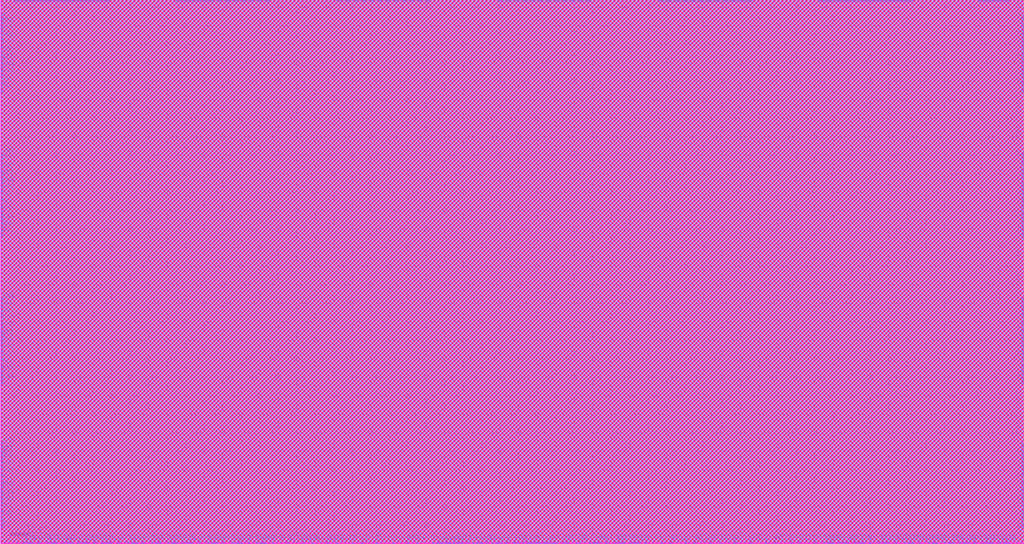
<source format=lef>
# 
#              Synchronous High Speed Single Port SRAM Compiler 
# 
#                    UMC 0.18um GenericII Logic Process
#    __________________________________________________________________________
# 
# 
#      (C) Copyright 2002-2009 Faraday Technology Corp. All Rights Reserved.
#    
#    This source code is an unpublished work belongs to Faraday Technology
#    Corp.  It is considered a trade secret and is not to be divulged or
#    used by parties who have not received written authorization from
#    Faraday Technology Corp.
#    
#    Faraday's home page can be found at:
#    http://www.faraday-tech.com/
#   
#       Module Name      : OUTPUT_SRAM
#       Words            : 512
#       Bits             : 32
#       Byte-Write       : 1
#       Aspect Ratio     : 1
#       Output Loading   : 0.01  (pf)
#       Data Slew        : 0.02  (ns)
#       CK Slew          : 0.02  (ns)
#       Power Ring Width : 2  (um)
# 
# -----------------------------------------------------------------------------
# 
#       Library          : FSA0M_A
#       Memaker          : 200901.2.1
#       Date             : 2024/01/07 03:07:01
# 
# -----------------------------------------------------------------------------


NAMESCASESENSITIVE ON ;
MACRO OUTPUT_SRAM
CLASS BLOCK ;
FOREIGN OUTPUT_SRAM 0.000 0.000 ;
ORIGIN 0.000 0.000 ;
SIZE 553.040 BY 294.000 ;
SYMMETRY x y r90 ;
SITE core ;
PIN VCC
  DIRECTION INOUT ;
  USE POWER ;
  SHAPE ABUTMENT ;
 PORT
  LAYER metal4 ;
  RECT 551.920 282.580 553.040 285.820 ;
  LAYER metal3 ;
  RECT 551.920 282.580 553.040 285.820 ;
  LAYER metal2 ;
  RECT 551.920 282.580 553.040 285.820 ;
  LAYER metal1 ;
  RECT 551.920 282.580 553.040 285.820 ;
 END
 PORT
  LAYER metal4 ;
  RECT 551.920 274.740 553.040 277.980 ;
  LAYER metal3 ;
  RECT 551.920 274.740 553.040 277.980 ;
  LAYER metal2 ;
  RECT 551.920 274.740 553.040 277.980 ;
  LAYER metal1 ;
  RECT 551.920 274.740 553.040 277.980 ;
 END
 PORT
  LAYER metal4 ;
  RECT 551.920 266.900 553.040 270.140 ;
  LAYER metal3 ;
  RECT 551.920 266.900 553.040 270.140 ;
  LAYER metal2 ;
  RECT 551.920 266.900 553.040 270.140 ;
  LAYER metal1 ;
  RECT 551.920 266.900 553.040 270.140 ;
 END
 PORT
  LAYER metal4 ;
  RECT 551.920 259.060 553.040 262.300 ;
  LAYER metal3 ;
  RECT 551.920 259.060 553.040 262.300 ;
  LAYER metal2 ;
  RECT 551.920 259.060 553.040 262.300 ;
  LAYER metal1 ;
  RECT 551.920 259.060 553.040 262.300 ;
 END
 PORT
  LAYER metal4 ;
  RECT 551.920 251.220 553.040 254.460 ;
  LAYER metal3 ;
  RECT 551.920 251.220 553.040 254.460 ;
  LAYER metal2 ;
  RECT 551.920 251.220 553.040 254.460 ;
  LAYER metal1 ;
  RECT 551.920 251.220 553.040 254.460 ;
 END
 PORT
  LAYER metal4 ;
  RECT 551.920 243.380 553.040 246.620 ;
  LAYER metal3 ;
  RECT 551.920 243.380 553.040 246.620 ;
  LAYER metal2 ;
  RECT 551.920 243.380 553.040 246.620 ;
  LAYER metal1 ;
  RECT 551.920 243.380 553.040 246.620 ;
 END
 PORT
  LAYER metal4 ;
  RECT 551.920 204.180 553.040 207.420 ;
  LAYER metal3 ;
  RECT 551.920 204.180 553.040 207.420 ;
  LAYER metal2 ;
  RECT 551.920 204.180 553.040 207.420 ;
  LAYER metal1 ;
  RECT 551.920 204.180 553.040 207.420 ;
 END
 PORT
  LAYER metal4 ;
  RECT 551.920 196.340 553.040 199.580 ;
  LAYER metal3 ;
  RECT 551.920 196.340 553.040 199.580 ;
  LAYER metal2 ;
  RECT 551.920 196.340 553.040 199.580 ;
  LAYER metal1 ;
  RECT 551.920 196.340 553.040 199.580 ;
 END
 PORT
  LAYER metal4 ;
  RECT 551.920 188.500 553.040 191.740 ;
  LAYER metal3 ;
  RECT 551.920 188.500 553.040 191.740 ;
  LAYER metal2 ;
  RECT 551.920 188.500 553.040 191.740 ;
  LAYER metal1 ;
  RECT 551.920 188.500 553.040 191.740 ;
 END
 PORT
  LAYER metal4 ;
  RECT 551.920 180.660 553.040 183.900 ;
  LAYER metal3 ;
  RECT 551.920 180.660 553.040 183.900 ;
  LAYER metal2 ;
  RECT 551.920 180.660 553.040 183.900 ;
  LAYER metal1 ;
  RECT 551.920 180.660 553.040 183.900 ;
 END
 PORT
  LAYER metal4 ;
  RECT 551.920 172.820 553.040 176.060 ;
  LAYER metal3 ;
  RECT 551.920 172.820 553.040 176.060 ;
  LAYER metal2 ;
  RECT 551.920 172.820 553.040 176.060 ;
  LAYER metal1 ;
  RECT 551.920 172.820 553.040 176.060 ;
 END
 PORT
  LAYER metal4 ;
  RECT 551.920 164.980 553.040 168.220 ;
  LAYER metal3 ;
  RECT 551.920 164.980 553.040 168.220 ;
  LAYER metal2 ;
  RECT 551.920 164.980 553.040 168.220 ;
  LAYER metal1 ;
  RECT 551.920 164.980 553.040 168.220 ;
 END
 PORT
  LAYER metal4 ;
  RECT 551.920 125.780 553.040 129.020 ;
  LAYER metal3 ;
  RECT 551.920 125.780 553.040 129.020 ;
  LAYER metal2 ;
  RECT 551.920 125.780 553.040 129.020 ;
  LAYER metal1 ;
  RECT 551.920 125.780 553.040 129.020 ;
 END
 PORT
  LAYER metal4 ;
  RECT 551.920 117.940 553.040 121.180 ;
  LAYER metal3 ;
  RECT 551.920 117.940 553.040 121.180 ;
  LAYER metal2 ;
  RECT 551.920 117.940 553.040 121.180 ;
  LAYER metal1 ;
  RECT 551.920 117.940 553.040 121.180 ;
 END
 PORT
  LAYER metal4 ;
  RECT 551.920 110.100 553.040 113.340 ;
  LAYER metal3 ;
  RECT 551.920 110.100 553.040 113.340 ;
  LAYER metal2 ;
  RECT 551.920 110.100 553.040 113.340 ;
  LAYER metal1 ;
  RECT 551.920 110.100 553.040 113.340 ;
 END
 PORT
  LAYER metal4 ;
  RECT 551.920 102.260 553.040 105.500 ;
  LAYER metal3 ;
  RECT 551.920 102.260 553.040 105.500 ;
  LAYER metal2 ;
  RECT 551.920 102.260 553.040 105.500 ;
  LAYER metal1 ;
  RECT 551.920 102.260 553.040 105.500 ;
 END
 PORT
  LAYER metal4 ;
  RECT 551.920 94.420 553.040 97.660 ;
  LAYER metal3 ;
  RECT 551.920 94.420 553.040 97.660 ;
  LAYER metal2 ;
  RECT 551.920 94.420 553.040 97.660 ;
  LAYER metal1 ;
  RECT 551.920 94.420 553.040 97.660 ;
 END
 PORT
  LAYER metal4 ;
  RECT 551.920 86.580 553.040 89.820 ;
  LAYER metal3 ;
  RECT 551.920 86.580 553.040 89.820 ;
  LAYER metal2 ;
  RECT 551.920 86.580 553.040 89.820 ;
  LAYER metal1 ;
  RECT 551.920 86.580 553.040 89.820 ;
 END
 PORT
  LAYER metal4 ;
  RECT 551.920 47.380 553.040 50.620 ;
  LAYER metal3 ;
  RECT 551.920 47.380 553.040 50.620 ;
  LAYER metal2 ;
  RECT 551.920 47.380 553.040 50.620 ;
  LAYER metal1 ;
  RECT 551.920 47.380 553.040 50.620 ;
 END
 PORT
  LAYER metal4 ;
  RECT 551.920 39.540 553.040 42.780 ;
  LAYER metal3 ;
  RECT 551.920 39.540 553.040 42.780 ;
  LAYER metal2 ;
  RECT 551.920 39.540 553.040 42.780 ;
  LAYER metal1 ;
  RECT 551.920 39.540 553.040 42.780 ;
 END
 PORT
  LAYER metal4 ;
  RECT 551.920 31.700 553.040 34.940 ;
  LAYER metal3 ;
  RECT 551.920 31.700 553.040 34.940 ;
  LAYER metal2 ;
  RECT 551.920 31.700 553.040 34.940 ;
  LAYER metal1 ;
  RECT 551.920 31.700 553.040 34.940 ;
 END
 PORT
  LAYER metal4 ;
  RECT 551.920 23.860 553.040 27.100 ;
  LAYER metal3 ;
  RECT 551.920 23.860 553.040 27.100 ;
  LAYER metal2 ;
  RECT 551.920 23.860 553.040 27.100 ;
  LAYER metal1 ;
  RECT 551.920 23.860 553.040 27.100 ;
 END
 PORT
  LAYER metal4 ;
  RECT 551.920 16.020 553.040 19.260 ;
  LAYER metal3 ;
  RECT 551.920 16.020 553.040 19.260 ;
  LAYER metal2 ;
  RECT 551.920 16.020 553.040 19.260 ;
  LAYER metal1 ;
  RECT 551.920 16.020 553.040 19.260 ;
 END
 PORT
  LAYER metal4 ;
  RECT 551.920 8.180 553.040 11.420 ;
  LAYER metal3 ;
  RECT 551.920 8.180 553.040 11.420 ;
  LAYER metal2 ;
  RECT 551.920 8.180 553.040 11.420 ;
  LAYER metal1 ;
  RECT 551.920 8.180 553.040 11.420 ;
 END
 PORT
  LAYER metal4 ;
  RECT 0.000 282.580 1.120 285.820 ;
  LAYER metal3 ;
  RECT 0.000 282.580 1.120 285.820 ;
  LAYER metal2 ;
  RECT 0.000 282.580 1.120 285.820 ;
  LAYER metal1 ;
  RECT 0.000 282.580 1.120 285.820 ;
 END
 PORT
  LAYER metal4 ;
  RECT 0.000 274.740 1.120 277.980 ;
  LAYER metal3 ;
  RECT 0.000 274.740 1.120 277.980 ;
  LAYER metal2 ;
  RECT 0.000 274.740 1.120 277.980 ;
  LAYER metal1 ;
  RECT 0.000 274.740 1.120 277.980 ;
 END
 PORT
  LAYER metal4 ;
  RECT 0.000 266.900 1.120 270.140 ;
  LAYER metal3 ;
  RECT 0.000 266.900 1.120 270.140 ;
  LAYER metal2 ;
  RECT 0.000 266.900 1.120 270.140 ;
  LAYER metal1 ;
  RECT 0.000 266.900 1.120 270.140 ;
 END
 PORT
  LAYER metal4 ;
  RECT 0.000 259.060 1.120 262.300 ;
  LAYER metal3 ;
  RECT 0.000 259.060 1.120 262.300 ;
  LAYER metal2 ;
  RECT 0.000 259.060 1.120 262.300 ;
  LAYER metal1 ;
  RECT 0.000 259.060 1.120 262.300 ;
 END
 PORT
  LAYER metal4 ;
  RECT 0.000 251.220 1.120 254.460 ;
  LAYER metal3 ;
  RECT 0.000 251.220 1.120 254.460 ;
  LAYER metal2 ;
  RECT 0.000 251.220 1.120 254.460 ;
  LAYER metal1 ;
  RECT 0.000 251.220 1.120 254.460 ;
 END
 PORT
  LAYER metal4 ;
  RECT 0.000 243.380 1.120 246.620 ;
  LAYER metal3 ;
  RECT 0.000 243.380 1.120 246.620 ;
  LAYER metal2 ;
  RECT 0.000 243.380 1.120 246.620 ;
  LAYER metal1 ;
  RECT 0.000 243.380 1.120 246.620 ;
 END
 PORT
  LAYER metal4 ;
  RECT 0.000 204.180 1.120 207.420 ;
  LAYER metal3 ;
  RECT 0.000 204.180 1.120 207.420 ;
  LAYER metal2 ;
  RECT 0.000 204.180 1.120 207.420 ;
  LAYER metal1 ;
  RECT 0.000 204.180 1.120 207.420 ;
 END
 PORT
  LAYER metal4 ;
  RECT 0.000 196.340 1.120 199.580 ;
  LAYER metal3 ;
  RECT 0.000 196.340 1.120 199.580 ;
  LAYER metal2 ;
  RECT 0.000 196.340 1.120 199.580 ;
  LAYER metal1 ;
  RECT 0.000 196.340 1.120 199.580 ;
 END
 PORT
  LAYER metal4 ;
  RECT 0.000 188.500 1.120 191.740 ;
  LAYER metal3 ;
  RECT 0.000 188.500 1.120 191.740 ;
  LAYER metal2 ;
  RECT 0.000 188.500 1.120 191.740 ;
  LAYER metal1 ;
  RECT 0.000 188.500 1.120 191.740 ;
 END
 PORT
  LAYER metal4 ;
  RECT 0.000 180.660 1.120 183.900 ;
  LAYER metal3 ;
  RECT 0.000 180.660 1.120 183.900 ;
  LAYER metal2 ;
  RECT 0.000 180.660 1.120 183.900 ;
  LAYER metal1 ;
  RECT 0.000 180.660 1.120 183.900 ;
 END
 PORT
  LAYER metal4 ;
  RECT 0.000 172.820 1.120 176.060 ;
  LAYER metal3 ;
  RECT 0.000 172.820 1.120 176.060 ;
  LAYER metal2 ;
  RECT 0.000 172.820 1.120 176.060 ;
  LAYER metal1 ;
  RECT 0.000 172.820 1.120 176.060 ;
 END
 PORT
  LAYER metal4 ;
  RECT 0.000 164.980 1.120 168.220 ;
  LAYER metal3 ;
  RECT 0.000 164.980 1.120 168.220 ;
  LAYER metal2 ;
  RECT 0.000 164.980 1.120 168.220 ;
  LAYER metal1 ;
  RECT 0.000 164.980 1.120 168.220 ;
 END
 PORT
  LAYER metal4 ;
  RECT 0.000 125.780 1.120 129.020 ;
  LAYER metal3 ;
  RECT 0.000 125.780 1.120 129.020 ;
  LAYER metal2 ;
  RECT 0.000 125.780 1.120 129.020 ;
  LAYER metal1 ;
  RECT 0.000 125.780 1.120 129.020 ;
 END
 PORT
  LAYER metal4 ;
  RECT 0.000 117.940 1.120 121.180 ;
  LAYER metal3 ;
  RECT 0.000 117.940 1.120 121.180 ;
  LAYER metal2 ;
  RECT 0.000 117.940 1.120 121.180 ;
  LAYER metal1 ;
  RECT 0.000 117.940 1.120 121.180 ;
 END
 PORT
  LAYER metal4 ;
  RECT 0.000 110.100 1.120 113.340 ;
  LAYER metal3 ;
  RECT 0.000 110.100 1.120 113.340 ;
  LAYER metal2 ;
  RECT 0.000 110.100 1.120 113.340 ;
  LAYER metal1 ;
  RECT 0.000 110.100 1.120 113.340 ;
 END
 PORT
  LAYER metal4 ;
  RECT 0.000 102.260 1.120 105.500 ;
  LAYER metal3 ;
  RECT 0.000 102.260 1.120 105.500 ;
  LAYER metal2 ;
  RECT 0.000 102.260 1.120 105.500 ;
  LAYER metal1 ;
  RECT 0.000 102.260 1.120 105.500 ;
 END
 PORT
  LAYER metal4 ;
  RECT 0.000 94.420 1.120 97.660 ;
  LAYER metal3 ;
  RECT 0.000 94.420 1.120 97.660 ;
  LAYER metal2 ;
  RECT 0.000 94.420 1.120 97.660 ;
  LAYER metal1 ;
  RECT 0.000 94.420 1.120 97.660 ;
 END
 PORT
  LAYER metal4 ;
  RECT 0.000 86.580 1.120 89.820 ;
  LAYER metal3 ;
  RECT 0.000 86.580 1.120 89.820 ;
  LAYER metal2 ;
  RECT 0.000 86.580 1.120 89.820 ;
  LAYER metal1 ;
  RECT 0.000 86.580 1.120 89.820 ;
 END
 PORT
  LAYER metal4 ;
  RECT 0.000 47.380 1.120 50.620 ;
  LAYER metal3 ;
  RECT 0.000 47.380 1.120 50.620 ;
  LAYER metal2 ;
  RECT 0.000 47.380 1.120 50.620 ;
  LAYER metal1 ;
  RECT 0.000 47.380 1.120 50.620 ;
 END
 PORT
  LAYER metal4 ;
  RECT 0.000 39.540 1.120 42.780 ;
  LAYER metal3 ;
  RECT 0.000 39.540 1.120 42.780 ;
  LAYER metal2 ;
  RECT 0.000 39.540 1.120 42.780 ;
  LAYER metal1 ;
  RECT 0.000 39.540 1.120 42.780 ;
 END
 PORT
  LAYER metal4 ;
  RECT 0.000 31.700 1.120 34.940 ;
  LAYER metal3 ;
  RECT 0.000 31.700 1.120 34.940 ;
  LAYER metal2 ;
  RECT 0.000 31.700 1.120 34.940 ;
  LAYER metal1 ;
  RECT 0.000 31.700 1.120 34.940 ;
 END
 PORT
  LAYER metal4 ;
  RECT 0.000 23.860 1.120 27.100 ;
  LAYER metal3 ;
  RECT 0.000 23.860 1.120 27.100 ;
  LAYER metal2 ;
  RECT 0.000 23.860 1.120 27.100 ;
  LAYER metal1 ;
  RECT 0.000 23.860 1.120 27.100 ;
 END
 PORT
  LAYER metal4 ;
  RECT 0.000 16.020 1.120 19.260 ;
  LAYER metal3 ;
  RECT 0.000 16.020 1.120 19.260 ;
  LAYER metal2 ;
  RECT 0.000 16.020 1.120 19.260 ;
  LAYER metal1 ;
  RECT 0.000 16.020 1.120 19.260 ;
 END
 PORT
  LAYER metal4 ;
  RECT 0.000 8.180 1.120 11.420 ;
  LAYER metal3 ;
  RECT 0.000 8.180 1.120 11.420 ;
  LAYER metal2 ;
  RECT 0.000 8.180 1.120 11.420 ;
  LAYER metal1 ;
  RECT 0.000 8.180 1.120 11.420 ;
 END
 PORT
  LAYER metal4 ;
  RECT 537.320 292.880 540.860 294.000 ;
  LAYER metal3 ;
  RECT 537.320 292.880 540.860 294.000 ;
  LAYER metal2 ;
  RECT 537.320 292.880 540.860 294.000 ;
  LAYER metal1 ;
  RECT 537.320 292.880 540.860 294.000 ;
 END
 PORT
  LAYER metal4 ;
  RECT 528.640 292.880 532.180 294.000 ;
  LAYER metal3 ;
  RECT 528.640 292.880 532.180 294.000 ;
  LAYER metal2 ;
  RECT 528.640 292.880 532.180 294.000 ;
  LAYER metal1 ;
  RECT 528.640 292.880 532.180 294.000 ;
 END
 PORT
  LAYER metal4 ;
  RECT 485.240 292.880 488.780 294.000 ;
  LAYER metal3 ;
  RECT 485.240 292.880 488.780 294.000 ;
  LAYER metal2 ;
  RECT 485.240 292.880 488.780 294.000 ;
  LAYER metal1 ;
  RECT 485.240 292.880 488.780 294.000 ;
 END
 PORT
  LAYER metal4 ;
  RECT 476.560 292.880 480.100 294.000 ;
  LAYER metal3 ;
  RECT 476.560 292.880 480.100 294.000 ;
  LAYER metal2 ;
  RECT 476.560 292.880 480.100 294.000 ;
  LAYER metal1 ;
  RECT 476.560 292.880 480.100 294.000 ;
 END
 PORT
  LAYER metal4 ;
  RECT 467.880 292.880 471.420 294.000 ;
  LAYER metal3 ;
  RECT 467.880 292.880 471.420 294.000 ;
  LAYER metal2 ;
  RECT 467.880 292.880 471.420 294.000 ;
  LAYER metal1 ;
  RECT 467.880 292.880 471.420 294.000 ;
 END
 PORT
  LAYER metal4 ;
  RECT 459.200 292.880 462.740 294.000 ;
  LAYER metal3 ;
  RECT 459.200 292.880 462.740 294.000 ;
  LAYER metal2 ;
  RECT 459.200 292.880 462.740 294.000 ;
  LAYER metal1 ;
  RECT 459.200 292.880 462.740 294.000 ;
 END
 PORT
  LAYER metal4 ;
  RECT 450.520 292.880 454.060 294.000 ;
  LAYER metal3 ;
  RECT 450.520 292.880 454.060 294.000 ;
  LAYER metal2 ;
  RECT 450.520 292.880 454.060 294.000 ;
  LAYER metal1 ;
  RECT 450.520 292.880 454.060 294.000 ;
 END
 PORT
  LAYER metal4 ;
  RECT 441.840 292.880 445.380 294.000 ;
  LAYER metal3 ;
  RECT 441.840 292.880 445.380 294.000 ;
  LAYER metal2 ;
  RECT 441.840 292.880 445.380 294.000 ;
  LAYER metal1 ;
  RECT 441.840 292.880 445.380 294.000 ;
 END
 PORT
  LAYER metal4 ;
  RECT 398.440 292.880 401.980 294.000 ;
  LAYER metal3 ;
  RECT 398.440 292.880 401.980 294.000 ;
  LAYER metal2 ;
  RECT 398.440 292.880 401.980 294.000 ;
  LAYER metal1 ;
  RECT 398.440 292.880 401.980 294.000 ;
 END
 PORT
  LAYER metal4 ;
  RECT 389.760 292.880 393.300 294.000 ;
  LAYER metal3 ;
  RECT 389.760 292.880 393.300 294.000 ;
  LAYER metal2 ;
  RECT 389.760 292.880 393.300 294.000 ;
  LAYER metal1 ;
  RECT 389.760 292.880 393.300 294.000 ;
 END
 PORT
  LAYER metal4 ;
  RECT 381.080 292.880 384.620 294.000 ;
  LAYER metal3 ;
  RECT 381.080 292.880 384.620 294.000 ;
  LAYER metal2 ;
  RECT 381.080 292.880 384.620 294.000 ;
  LAYER metal1 ;
  RECT 381.080 292.880 384.620 294.000 ;
 END
 PORT
  LAYER metal4 ;
  RECT 372.400 292.880 375.940 294.000 ;
  LAYER metal3 ;
  RECT 372.400 292.880 375.940 294.000 ;
  LAYER metal2 ;
  RECT 372.400 292.880 375.940 294.000 ;
  LAYER metal1 ;
  RECT 372.400 292.880 375.940 294.000 ;
 END
 PORT
  LAYER metal4 ;
  RECT 363.720 292.880 367.260 294.000 ;
  LAYER metal3 ;
  RECT 363.720 292.880 367.260 294.000 ;
  LAYER metal2 ;
  RECT 363.720 292.880 367.260 294.000 ;
  LAYER metal1 ;
  RECT 363.720 292.880 367.260 294.000 ;
 END
 PORT
  LAYER metal4 ;
  RECT 355.040 292.880 358.580 294.000 ;
  LAYER metal3 ;
  RECT 355.040 292.880 358.580 294.000 ;
  LAYER metal2 ;
  RECT 355.040 292.880 358.580 294.000 ;
  LAYER metal1 ;
  RECT 355.040 292.880 358.580 294.000 ;
 END
 PORT
  LAYER metal4 ;
  RECT 311.640 292.880 315.180 294.000 ;
  LAYER metal3 ;
  RECT 311.640 292.880 315.180 294.000 ;
  LAYER metal2 ;
  RECT 311.640 292.880 315.180 294.000 ;
  LAYER metal1 ;
  RECT 311.640 292.880 315.180 294.000 ;
 END
 PORT
  LAYER metal4 ;
  RECT 302.960 292.880 306.500 294.000 ;
  LAYER metal3 ;
  RECT 302.960 292.880 306.500 294.000 ;
  LAYER metal2 ;
  RECT 302.960 292.880 306.500 294.000 ;
  LAYER metal1 ;
  RECT 302.960 292.880 306.500 294.000 ;
 END
 PORT
  LAYER metal4 ;
  RECT 294.280 292.880 297.820 294.000 ;
  LAYER metal3 ;
  RECT 294.280 292.880 297.820 294.000 ;
  LAYER metal2 ;
  RECT 294.280 292.880 297.820 294.000 ;
  LAYER metal1 ;
  RECT 294.280 292.880 297.820 294.000 ;
 END
 PORT
  LAYER metal4 ;
  RECT 285.600 292.880 289.140 294.000 ;
  LAYER metal3 ;
  RECT 285.600 292.880 289.140 294.000 ;
  LAYER metal2 ;
  RECT 285.600 292.880 289.140 294.000 ;
  LAYER metal1 ;
  RECT 285.600 292.880 289.140 294.000 ;
 END
 PORT
  LAYER metal4 ;
  RECT 276.920 292.880 280.460 294.000 ;
  LAYER metal3 ;
  RECT 276.920 292.880 280.460 294.000 ;
  LAYER metal2 ;
  RECT 276.920 292.880 280.460 294.000 ;
  LAYER metal1 ;
  RECT 276.920 292.880 280.460 294.000 ;
 END
 PORT
  LAYER metal4 ;
  RECT 268.240 292.880 271.780 294.000 ;
  LAYER metal3 ;
  RECT 268.240 292.880 271.780 294.000 ;
  LAYER metal2 ;
  RECT 268.240 292.880 271.780 294.000 ;
  LAYER metal1 ;
  RECT 268.240 292.880 271.780 294.000 ;
 END
 PORT
  LAYER metal4 ;
  RECT 224.840 292.880 228.380 294.000 ;
  LAYER metal3 ;
  RECT 224.840 292.880 228.380 294.000 ;
  LAYER metal2 ;
  RECT 224.840 292.880 228.380 294.000 ;
  LAYER metal1 ;
  RECT 224.840 292.880 228.380 294.000 ;
 END
 PORT
  LAYER metal4 ;
  RECT 216.160 292.880 219.700 294.000 ;
  LAYER metal3 ;
  RECT 216.160 292.880 219.700 294.000 ;
  LAYER metal2 ;
  RECT 216.160 292.880 219.700 294.000 ;
  LAYER metal1 ;
  RECT 216.160 292.880 219.700 294.000 ;
 END
 PORT
  LAYER metal4 ;
  RECT 207.480 292.880 211.020 294.000 ;
  LAYER metal3 ;
  RECT 207.480 292.880 211.020 294.000 ;
  LAYER metal2 ;
  RECT 207.480 292.880 211.020 294.000 ;
  LAYER metal1 ;
  RECT 207.480 292.880 211.020 294.000 ;
 END
 PORT
  LAYER metal4 ;
  RECT 198.800 292.880 202.340 294.000 ;
  LAYER metal3 ;
  RECT 198.800 292.880 202.340 294.000 ;
  LAYER metal2 ;
  RECT 198.800 292.880 202.340 294.000 ;
  LAYER metal1 ;
  RECT 198.800 292.880 202.340 294.000 ;
 END
 PORT
  LAYER metal4 ;
  RECT 190.120 292.880 193.660 294.000 ;
  LAYER metal3 ;
  RECT 190.120 292.880 193.660 294.000 ;
  LAYER metal2 ;
  RECT 190.120 292.880 193.660 294.000 ;
  LAYER metal1 ;
  RECT 190.120 292.880 193.660 294.000 ;
 END
 PORT
  LAYER metal4 ;
  RECT 181.440 292.880 184.980 294.000 ;
  LAYER metal3 ;
  RECT 181.440 292.880 184.980 294.000 ;
  LAYER metal2 ;
  RECT 181.440 292.880 184.980 294.000 ;
  LAYER metal1 ;
  RECT 181.440 292.880 184.980 294.000 ;
 END
 PORT
  LAYER metal4 ;
  RECT 138.040 292.880 141.580 294.000 ;
  LAYER metal3 ;
  RECT 138.040 292.880 141.580 294.000 ;
  LAYER metal2 ;
  RECT 138.040 292.880 141.580 294.000 ;
  LAYER metal1 ;
  RECT 138.040 292.880 141.580 294.000 ;
 END
 PORT
  LAYER metal4 ;
  RECT 129.360 292.880 132.900 294.000 ;
  LAYER metal3 ;
  RECT 129.360 292.880 132.900 294.000 ;
  LAYER metal2 ;
  RECT 129.360 292.880 132.900 294.000 ;
  LAYER metal1 ;
  RECT 129.360 292.880 132.900 294.000 ;
 END
 PORT
  LAYER metal4 ;
  RECT 120.680 292.880 124.220 294.000 ;
  LAYER metal3 ;
  RECT 120.680 292.880 124.220 294.000 ;
  LAYER metal2 ;
  RECT 120.680 292.880 124.220 294.000 ;
  LAYER metal1 ;
  RECT 120.680 292.880 124.220 294.000 ;
 END
 PORT
  LAYER metal4 ;
  RECT 112.000 292.880 115.540 294.000 ;
  LAYER metal3 ;
  RECT 112.000 292.880 115.540 294.000 ;
  LAYER metal2 ;
  RECT 112.000 292.880 115.540 294.000 ;
  LAYER metal1 ;
  RECT 112.000 292.880 115.540 294.000 ;
 END
 PORT
  LAYER metal4 ;
  RECT 103.320 292.880 106.860 294.000 ;
  LAYER metal3 ;
  RECT 103.320 292.880 106.860 294.000 ;
  LAYER metal2 ;
  RECT 103.320 292.880 106.860 294.000 ;
  LAYER metal1 ;
  RECT 103.320 292.880 106.860 294.000 ;
 END
 PORT
  LAYER metal4 ;
  RECT 94.640 292.880 98.180 294.000 ;
  LAYER metal3 ;
  RECT 94.640 292.880 98.180 294.000 ;
  LAYER metal2 ;
  RECT 94.640 292.880 98.180 294.000 ;
  LAYER metal1 ;
  RECT 94.640 292.880 98.180 294.000 ;
 END
 PORT
  LAYER metal4 ;
  RECT 51.240 292.880 54.780 294.000 ;
  LAYER metal3 ;
  RECT 51.240 292.880 54.780 294.000 ;
  LAYER metal2 ;
  RECT 51.240 292.880 54.780 294.000 ;
  LAYER metal1 ;
  RECT 51.240 292.880 54.780 294.000 ;
 END
 PORT
  LAYER metal4 ;
  RECT 42.560 292.880 46.100 294.000 ;
  LAYER metal3 ;
  RECT 42.560 292.880 46.100 294.000 ;
  LAYER metal2 ;
  RECT 42.560 292.880 46.100 294.000 ;
  LAYER metal1 ;
  RECT 42.560 292.880 46.100 294.000 ;
 END
 PORT
  LAYER metal4 ;
  RECT 33.880 292.880 37.420 294.000 ;
  LAYER metal3 ;
  RECT 33.880 292.880 37.420 294.000 ;
  LAYER metal2 ;
  RECT 33.880 292.880 37.420 294.000 ;
  LAYER metal1 ;
  RECT 33.880 292.880 37.420 294.000 ;
 END
 PORT
  LAYER metal4 ;
  RECT 25.200 292.880 28.740 294.000 ;
  LAYER metal3 ;
  RECT 25.200 292.880 28.740 294.000 ;
  LAYER metal2 ;
  RECT 25.200 292.880 28.740 294.000 ;
  LAYER metal1 ;
  RECT 25.200 292.880 28.740 294.000 ;
 END
 PORT
  LAYER metal4 ;
  RECT 16.520 292.880 20.060 294.000 ;
  LAYER metal3 ;
  RECT 16.520 292.880 20.060 294.000 ;
  LAYER metal2 ;
  RECT 16.520 292.880 20.060 294.000 ;
  LAYER metal1 ;
  RECT 16.520 292.880 20.060 294.000 ;
 END
 PORT
  LAYER metal4 ;
  RECT 7.840 292.880 11.380 294.000 ;
  LAYER metal3 ;
  RECT 7.840 292.880 11.380 294.000 ;
  LAYER metal2 ;
  RECT 7.840 292.880 11.380 294.000 ;
  LAYER metal1 ;
  RECT 7.840 292.880 11.380 294.000 ;
 END
 PORT
  LAYER metal4 ;
  RECT 532.980 0.000 536.520 1.120 ;
  LAYER metal3 ;
  RECT 532.980 0.000 536.520 1.120 ;
  LAYER metal2 ;
  RECT 532.980 0.000 536.520 1.120 ;
  LAYER metal1 ;
  RECT 532.980 0.000 536.520 1.120 ;
 END
 PORT
  LAYER metal4 ;
  RECT 511.900 0.000 515.440 1.120 ;
  LAYER metal3 ;
  RECT 511.900 0.000 515.440 1.120 ;
  LAYER metal2 ;
  RECT 511.900 0.000 515.440 1.120 ;
  LAYER metal1 ;
  RECT 511.900 0.000 515.440 1.120 ;
 END
 PORT
  LAYER metal4 ;
  RECT 490.200 0.000 493.740 1.120 ;
  LAYER metal3 ;
  RECT 490.200 0.000 493.740 1.120 ;
  LAYER metal2 ;
  RECT 490.200 0.000 493.740 1.120 ;
  LAYER metal1 ;
  RECT 490.200 0.000 493.740 1.120 ;
 END
 PORT
  LAYER metal4 ;
  RECT 463.540 0.000 467.080 1.120 ;
  LAYER metal3 ;
  RECT 463.540 0.000 467.080 1.120 ;
  LAYER metal2 ;
  RECT 463.540 0.000 467.080 1.120 ;
  LAYER metal1 ;
  RECT 463.540 0.000 467.080 1.120 ;
 END
 PORT
  LAYER metal4 ;
  RECT 446.800 0.000 450.340 1.120 ;
  LAYER metal3 ;
  RECT 446.800 0.000 450.340 1.120 ;
  LAYER metal2 ;
  RECT 446.800 0.000 450.340 1.120 ;
  LAYER metal1 ;
  RECT 446.800 0.000 450.340 1.120 ;
 END
 PORT
  LAYER metal4 ;
  RECT 333.960 0.000 337.500 1.120 ;
  LAYER metal3 ;
  RECT 333.960 0.000 337.500 1.120 ;
  LAYER metal2 ;
  RECT 333.960 0.000 337.500 1.120 ;
  LAYER metal1 ;
  RECT 333.960 0.000 337.500 1.120 ;
 END
 PORT
  LAYER metal4 ;
  RECT 297.380 0.000 300.920 1.120 ;
  LAYER metal3 ;
  RECT 297.380 0.000 300.920 1.120 ;
  LAYER metal2 ;
  RECT 297.380 0.000 300.920 1.120 ;
  LAYER metal1 ;
  RECT 297.380 0.000 300.920 1.120 ;
 END
 PORT
  LAYER metal4 ;
  RECT 288.700 0.000 292.240 1.120 ;
  LAYER metal3 ;
  RECT 288.700 0.000 292.240 1.120 ;
  LAYER metal2 ;
  RECT 288.700 0.000 292.240 1.120 ;
  LAYER metal1 ;
  RECT 288.700 0.000 292.240 1.120 ;
 END
 PORT
  LAYER metal4 ;
  RECT 267.620 0.000 271.160 1.120 ;
  LAYER metal3 ;
  RECT 267.620 0.000 271.160 1.120 ;
  LAYER metal2 ;
  RECT 267.620 0.000 271.160 1.120 ;
  LAYER metal1 ;
  RECT 267.620 0.000 271.160 1.120 ;
 END
 PORT
  LAYER metal4 ;
  RECT 246.540 0.000 250.080 1.120 ;
  LAYER metal3 ;
  RECT 246.540 0.000 250.080 1.120 ;
  LAYER metal2 ;
  RECT 246.540 0.000 250.080 1.120 ;
  LAYER metal1 ;
  RECT 246.540 0.000 250.080 1.120 ;
 END
 PORT
  LAYER metal4 ;
  RECT 235.380 0.000 238.920 1.120 ;
  LAYER metal3 ;
  RECT 235.380 0.000 238.920 1.120 ;
  LAYER metal2 ;
  RECT 235.380 0.000 238.920 1.120 ;
  LAYER metal1 ;
  RECT 235.380 0.000 238.920 1.120 ;
 END
 PORT
  LAYER metal4 ;
  RECT 126.880 0.000 130.420 1.120 ;
  LAYER metal3 ;
  RECT 126.880 0.000 130.420 1.120 ;
  LAYER metal2 ;
  RECT 126.880 0.000 130.420 1.120 ;
  LAYER metal1 ;
  RECT 126.880 0.000 130.420 1.120 ;
 END
 PORT
  LAYER metal4 ;
  RECT 100.220 0.000 103.760 1.120 ;
  LAYER metal3 ;
  RECT 100.220 0.000 103.760 1.120 ;
  LAYER metal2 ;
  RECT 100.220 0.000 103.760 1.120 ;
  LAYER metal1 ;
  RECT 100.220 0.000 103.760 1.120 ;
 END
 PORT
  LAYER metal4 ;
  RECT 83.480 0.000 87.020 1.120 ;
  LAYER metal3 ;
  RECT 83.480 0.000 87.020 1.120 ;
  LAYER metal2 ;
  RECT 83.480 0.000 87.020 1.120 ;
  LAYER metal1 ;
  RECT 83.480 0.000 87.020 1.120 ;
 END
 PORT
  LAYER metal4 ;
  RECT 56.820 0.000 60.360 1.120 ;
  LAYER metal3 ;
  RECT 56.820 0.000 60.360 1.120 ;
  LAYER metal2 ;
  RECT 56.820 0.000 60.360 1.120 ;
  LAYER metal1 ;
  RECT 56.820 0.000 60.360 1.120 ;
 END
 PORT
  LAYER metal4 ;
  RECT 35.740 0.000 39.280 1.120 ;
  LAYER metal3 ;
  RECT 35.740 0.000 39.280 1.120 ;
  LAYER metal2 ;
  RECT 35.740 0.000 39.280 1.120 ;
  LAYER metal1 ;
  RECT 35.740 0.000 39.280 1.120 ;
 END
 PORT
  LAYER metal4 ;
  RECT 14.040 0.000 17.580 1.120 ;
  LAYER metal3 ;
  RECT 14.040 0.000 17.580 1.120 ;
  LAYER metal2 ;
  RECT 14.040 0.000 17.580 1.120 ;
  LAYER metal1 ;
  RECT 14.040 0.000 17.580 1.120 ;
 END
END VCC
PIN GND
  DIRECTION INOUT ;
  USE GROUND ;
  SHAPE ABUTMENT ;
 PORT
  LAYER metal4 ;
  RECT 551.920 278.660 553.040 281.900 ;
  LAYER metal3 ;
  RECT 551.920 278.660 553.040 281.900 ;
  LAYER metal2 ;
  RECT 551.920 278.660 553.040 281.900 ;
  LAYER metal1 ;
  RECT 551.920 278.660 553.040 281.900 ;
 END
 PORT
  LAYER metal4 ;
  RECT 551.920 270.820 553.040 274.060 ;
  LAYER metal3 ;
  RECT 551.920 270.820 553.040 274.060 ;
  LAYER metal2 ;
  RECT 551.920 270.820 553.040 274.060 ;
  LAYER metal1 ;
  RECT 551.920 270.820 553.040 274.060 ;
 END
 PORT
  LAYER metal4 ;
  RECT 551.920 262.980 553.040 266.220 ;
  LAYER metal3 ;
  RECT 551.920 262.980 553.040 266.220 ;
  LAYER metal2 ;
  RECT 551.920 262.980 553.040 266.220 ;
  LAYER metal1 ;
  RECT 551.920 262.980 553.040 266.220 ;
 END
 PORT
  LAYER metal4 ;
  RECT 551.920 255.140 553.040 258.380 ;
  LAYER metal3 ;
  RECT 551.920 255.140 553.040 258.380 ;
  LAYER metal2 ;
  RECT 551.920 255.140 553.040 258.380 ;
  LAYER metal1 ;
  RECT 551.920 255.140 553.040 258.380 ;
 END
 PORT
  LAYER metal4 ;
  RECT 551.920 247.300 553.040 250.540 ;
  LAYER metal3 ;
  RECT 551.920 247.300 553.040 250.540 ;
  LAYER metal2 ;
  RECT 551.920 247.300 553.040 250.540 ;
  LAYER metal1 ;
  RECT 551.920 247.300 553.040 250.540 ;
 END
 PORT
  LAYER metal4 ;
  RECT 551.920 208.100 553.040 211.340 ;
  LAYER metal3 ;
  RECT 551.920 208.100 553.040 211.340 ;
  LAYER metal2 ;
  RECT 551.920 208.100 553.040 211.340 ;
  LAYER metal1 ;
  RECT 551.920 208.100 553.040 211.340 ;
 END
 PORT
  LAYER metal4 ;
  RECT 551.920 200.260 553.040 203.500 ;
  LAYER metal3 ;
  RECT 551.920 200.260 553.040 203.500 ;
  LAYER metal2 ;
  RECT 551.920 200.260 553.040 203.500 ;
  LAYER metal1 ;
  RECT 551.920 200.260 553.040 203.500 ;
 END
 PORT
  LAYER metal4 ;
  RECT 551.920 192.420 553.040 195.660 ;
  LAYER metal3 ;
  RECT 551.920 192.420 553.040 195.660 ;
  LAYER metal2 ;
  RECT 551.920 192.420 553.040 195.660 ;
  LAYER metal1 ;
  RECT 551.920 192.420 553.040 195.660 ;
 END
 PORT
  LAYER metal4 ;
  RECT 551.920 184.580 553.040 187.820 ;
  LAYER metal3 ;
  RECT 551.920 184.580 553.040 187.820 ;
  LAYER metal2 ;
  RECT 551.920 184.580 553.040 187.820 ;
  LAYER metal1 ;
  RECT 551.920 184.580 553.040 187.820 ;
 END
 PORT
  LAYER metal4 ;
  RECT 551.920 176.740 553.040 179.980 ;
  LAYER metal3 ;
  RECT 551.920 176.740 553.040 179.980 ;
  LAYER metal2 ;
  RECT 551.920 176.740 553.040 179.980 ;
  LAYER metal1 ;
  RECT 551.920 176.740 553.040 179.980 ;
 END
 PORT
  LAYER metal4 ;
  RECT 551.920 168.900 553.040 172.140 ;
  LAYER metal3 ;
  RECT 551.920 168.900 553.040 172.140 ;
  LAYER metal2 ;
  RECT 551.920 168.900 553.040 172.140 ;
  LAYER metal1 ;
  RECT 551.920 168.900 553.040 172.140 ;
 END
 PORT
  LAYER metal4 ;
  RECT 551.920 129.700 553.040 132.940 ;
  LAYER metal3 ;
  RECT 551.920 129.700 553.040 132.940 ;
  LAYER metal2 ;
  RECT 551.920 129.700 553.040 132.940 ;
  LAYER metal1 ;
  RECT 551.920 129.700 553.040 132.940 ;
 END
 PORT
  LAYER metal4 ;
  RECT 551.920 121.860 553.040 125.100 ;
  LAYER metal3 ;
  RECT 551.920 121.860 553.040 125.100 ;
  LAYER metal2 ;
  RECT 551.920 121.860 553.040 125.100 ;
  LAYER metal1 ;
  RECT 551.920 121.860 553.040 125.100 ;
 END
 PORT
  LAYER metal4 ;
  RECT 551.920 114.020 553.040 117.260 ;
  LAYER metal3 ;
  RECT 551.920 114.020 553.040 117.260 ;
  LAYER metal2 ;
  RECT 551.920 114.020 553.040 117.260 ;
  LAYER metal1 ;
  RECT 551.920 114.020 553.040 117.260 ;
 END
 PORT
  LAYER metal4 ;
  RECT 551.920 106.180 553.040 109.420 ;
  LAYER metal3 ;
  RECT 551.920 106.180 553.040 109.420 ;
  LAYER metal2 ;
  RECT 551.920 106.180 553.040 109.420 ;
  LAYER metal1 ;
  RECT 551.920 106.180 553.040 109.420 ;
 END
 PORT
  LAYER metal4 ;
  RECT 551.920 98.340 553.040 101.580 ;
  LAYER metal3 ;
  RECT 551.920 98.340 553.040 101.580 ;
  LAYER metal2 ;
  RECT 551.920 98.340 553.040 101.580 ;
  LAYER metal1 ;
  RECT 551.920 98.340 553.040 101.580 ;
 END
 PORT
  LAYER metal4 ;
  RECT 551.920 90.500 553.040 93.740 ;
  LAYER metal3 ;
  RECT 551.920 90.500 553.040 93.740 ;
  LAYER metal2 ;
  RECT 551.920 90.500 553.040 93.740 ;
  LAYER metal1 ;
  RECT 551.920 90.500 553.040 93.740 ;
 END
 PORT
  LAYER metal4 ;
  RECT 551.920 51.300 553.040 54.540 ;
  LAYER metal3 ;
  RECT 551.920 51.300 553.040 54.540 ;
  LAYER metal2 ;
  RECT 551.920 51.300 553.040 54.540 ;
  LAYER metal1 ;
  RECT 551.920 51.300 553.040 54.540 ;
 END
 PORT
  LAYER metal4 ;
  RECT 551.920 43.460 553.040 46.700 ;
  LAYER metal3 ;
  RECT 551.920 43.460 553.040 46.700 ;
  LAYER metal2 ;
  RECT 551.920 43.460 553.040 46.700 ;
  LAYER metal1 ;
  RECT 551.920 43.460 553.040 46.700 ;
 END
 PORT
  LAYER metal4 ;
  RECT 551.920 35.620 553.040 38.860 ;
  LAYER metal3 ;
  RECT 551.920 35.620 553.040 38.860 ;
  LAYER metal2 ;
  RECT 551.920 35.620 553.040 38.860 ;
  LAYER metal1 ;
  RECT 551.920 35.620 553.040 38.860 ;
 END
 PORT
  LAYER metal4 ;
  RECT 551.920 27.780 553.040 31.020 ;
  LAYER metal3 ;
  RECT 551.920 27.780 553.040 31.020 ;
  LAYER metal2 ;
  RECT 551.920 27.780 553.040 31.020 ;
  LAYER metal1 ;
  RECT 551.920 27.780 553.040 31.020 ;
 END
 PORT
  LAYER metal4 ;
  RECT 551.920 19.940 553.040 23.180 ;
  LAYER metal3 ;
  RECT 551.920 19.940 553.040 23.180 ;
  LAYER metal2 ;
  RECT 551.920 19.940 553.040 23.180 ;
  LAYER metal1 ;
  RECT 551.920 19.940 553.040 23.180 ;
 END
 PORT
  LAYER metal4 ;
  RECT 551.920 12.100 553.040 15.340 ;
  LAYER metal3 ;
  RECT 551.920 12.100 553.040 15.340 ;
  LAYER metal2 ;
  RECT 551.920 12.100 553.040 15.340 ;
  LAYER metal1 ;
  RECT 551.920 12.100 553.040 15.340 ;
 END
 PORT
  LAYER metal4 ;
  RECT 0.000 278.660 1.120 281.900 ;
  LAYER metal3 ;
  RECT 0.000 278.660 1.120 281.900 ;
  LAYER metal2 ;
  RECT 0.000 278.660 1.120 281.900 ;
  LAYER metal1 ;
  RECT 0.000 278.660 1.120 281.900 ;
 END
 PORT
  LAYER metal4 ;
  RECT 0.000 270.820 1.120 274.060 ;
  LAYER metal3 ;
  RECT 0.000 270.820 1.120 274.060 ;
  LAYER metal2 ;
  RECT 0.000 270.820 1.120 274.060 ;
  LAYER metal1 ;
  RECT 0.000 270.820 1.120 274.060 ;
 END
 PORT
  LAYER metal4 ;
  RECT 0.000 262.980 1.120 266.220 ;
  LAYER metal3 ;
  RECT 0.000 262.980 1.120 266.220 ;
  LAYER metal2 ;
  RECT 0.000 262.980 1.120 266.220 ;
  LAYER metal1 ;
  RECT 0.000 262.980 1.120 266.220 ;
 END
 PORT
  LAYER metal4 ;
  RECT 0.000 255.140 1.120 258.380 ;
  LAYER metal3 ;
  RECT 0.000 255.140 1.120 258.380 ;
  LAYER metal2 ;
  RECT 0.000 255.140 1.120 258.380 ;
  LAYER metal1 ;
  RECT 0.000 255.140 1.120 258.380 ;
 END
 PORT
  LAYER metal4 ;
  RECT 0.000 247.300 1.120 250.540 ;
  LAYER metal3 ;
  RECT 0.000 247.300 1.120 250.540 ;
  LAYER metal2 ;
  RECT 0.000 247.300 1.120 250.540 ;
  LAYER metal1 ;
  RECT 0.000 247.300 1.120 250.540 ;
 END
 PORT
  LAYER metal4 ;
  RECT 0.000 208.100 1.120 211.340 ;
  LAYER metal3 ;
  RECT 0.000 208.100 1.120 211.340 ;
  LAYER metal2 ;
  RECT 0.000 208.100 1.120 211.340 ;
  LAYER metal1 ;
  RECT 0.000 208.100 1.120 211.340 ;
 END
 PORT
  LAYER metal4 ;
  RECT 0.000 200.260 1.120 203.500 ;
  LAYER metal3 ;
  RECT 0.000 200.260 1.120 203.500 ;
  LAYER metal2 ;
  RECT 0.000 200.260 1.120 203.500 ;
  LAYER metal1 ;
  RECT 0.000 200.260 1.120 203.500 ;
 END
 PORT
  LAYER metal4 ;
  RECT 0.000 192.420 1.120 195.660 ;
  LAYER metal3 ;
  RECT 0.000 192.420 1.120 195.660 ;
  LAYER metal2 ;
  RECT 0.000 192.420 1.120 195.660 ;
  LAYER metal1 ;
  RECT 0.000 192.420 1.120 195.660 ;
 END
 PORT
  LAYER metal4 ;
  RECT 0.000 184.580 1.120 187.820 ;
  LAYER metal3 ;
  RECT 0.000 184.580 1.120 187.820 ;
  LAYER metal2 ;
  RECT 0.000 184.580 1.120 187.820 ;
  LAYER metal1 ;
  RECT 0.000 184.580 1.120 187.820 ;
 END
 PORT
  LAYER metal4 ;
  RECT 0.000 176.740 1.120 179.980 ;
  LAYER metal3 ;
  RECT 0.000 176.740 1.120 179.980 ;
  LAYER metal2 ;
  RECT 0.000 176.740 1.120 179.980 ;
  LAYER metal1 ;
  RECT 0.000 176.740 1.120 179.980 ;
 END
 PORT
  LAYER metal4 ;
  RECT 0.000 168.900 1.120 172.140 ;
  LAYER metal3 ;
  RECT 0.000 168.900 1.120 172.140 ;
  LAYER metal2 ;
  RECT 0.000 168.900 1.120 172.140 ;
  LAYER metal1 ;
  RECT 0.000 168.900 1.120 172.140 ;
 END
 PORT
  LAYER metal4 ;
  RECT 0.000 129.700 1.120 132.940 ;
  LAYER metal3 ;
  RECT 0.000 129.700 1.120 132.940 ;
  LAYER metal2 ;
  RECT 0.000 129.700 1.120 132.940 ;
  LAYER metal1 ;
  RECT 0.000 129.700 1.120 132.940 ;
 END
 PORT
  LAYER metal4 ;
  RECT 0.000 121.860 1.120 125.100 ;
  LAYER metal3 ;
  RECT 0.000 121.860 1.120 125.100 ;
  LAYER metal2 ;
  RECT 0.000 121.860 1.120 125.100 ;
  LAYER metal1 ;
  RECT 0.000 121.860 1.120 125.100 ;
 END
 PORT
  LAYER metal4 ;
  RECT 0.000 114.020 1.120 117.260 ;
  LAYER metal3 ;
  RECT 0.000 114.020 1.120 117.260 ;
  LAYER metal2 ;
  RECT 0.000 114.020 1.120 117.260 ;
  LAYER metal1 ;
  RECT 0.000 114.020 1.120 117.260 ;
 END
 PORT
  LAYER metal4 ;
  RECT 0.000 106.180 1.120 109.420 ;
  LAYER metal3 ;
  RECT 0.000 106.180 1.120 109.420 ;
  LAYER metal2 ;
  RECT 0.000 106.180 1.120 109.420 ;
  LAYER metal1 ;
  RECT 0.000 106.180 1.120 109.420 ;
 END
 PORT
  LAYER metal4 ;
  RECT 0.000 98.340 1.120 101.580 ;
  LAYER metal3 ;
  RECT 0.000 98.340 1.120 101.580 ;
  LAYER metal2 ;
  RECT 0.000 98.340 1.120 101.580 ;
  LAYER metal1 ;
  RECT 0.000 98.340 1.120 101.580 ;
 END
 PORT
  LAYER metal4 ;
  RECT 0.000 90.500 1.120 93.740 ;
  LAYER metal3 ;
  RECT 0.000 90.500 1.120 93.740 ;
  LAYER metal2 ;
  RECT 0.000 90.500 1.120 93.740 ;
  LAYER metal1 ;
  RECT 0.000 90.500 1.120 93.740 ;
 END
 PORT
  LAYER metal4 ;
  RECT 0.000 51.300 1.120 54.540 ;
  LAYER metal3 ;
  RECT 0.000 51.300 1.120 54.540 ;
  LAYER metal2 ;
  RECT 0.000 51.300 1.120 54.540 ;
  LAYER metal1 ;
  RECT 0.000 51.300 1.120 54.540 ;
 END
 PORT
  LAYER metal4 ;
  RECT 0.000 43.460 1.120 46.700 ;
  LAYER metal3 ;
  RECT 0.000 43.460 1.120 46.700 ;
  LAYER metal2 ;
  RECT 0.000 43.460 1.120 46.700 ;
  LAYER metal1 ;
  RECT 0.000 43.460 1.120 46.700 ;
 END
 PORT
  LAYER metal4 ;
  RECT 0.000 35.620 1.120 38.860 ;
  LAYER metal3 ;
  RECT 0.000 35.620 1.120 38.860 ;
  LAYER metal2 ;
  RECT 0.000 35.620 1.120 38.860 ;
  LAYER metal1 ;
  RECT 0.000 35.620 1.120 38.860 ;
 END
 PORT
  LAYER metal4 ;
  RECT 0.000 27.780 1.120 31.020 ;
  LAYER metal3 ;
  RECT 0.000 27.780 1.120 31.020 ;
  LAYER metal2 ;
  RECT 0.000 27.780 1.120 31.020 ;
  LAYER metal1 ;
  RECT 0.000 27.780 1.120 31.020 ;
 END
 PORT
  LAYER metal4 ;
  RECT 0.000 19.940 1.120 23.180 ;
  LAYER metal3 ;
  RECT 0.000 19.940 1.120 23.180 ;
  LAYER metal2 ;
  RECT 0.000 19.940 1.120 23.180 ;
  LAYER metal1 ;
  RECT 0.000 19.940 1.120 23.180 ;
 END
 PORT
  LAYER metal4 ;
  RECT 0.000 12.100 1.120 15.340 ;
  LAYER metal3 ;
  RECT 0.000 12.100 1.120 15.340 ;
  LAYER metal2 ;
  RECT 0.000 12.100 1.120 15.340 ;
  LAYER metal1 ;
  RECT 0.000 12.100 1.120 15.340 ;
 END
 PORT
  LAYER metal4 ;
  RECT 541.660 292.880 545.200 294.000 ;
  LAYER metal3 ;
  RECT 541.660 292.880 545.200 294.000 ;
  LAYER metal2 ;
  RECT 541.660 292.880 545.200 294.000 ;
  LAYER metal1 ;
  RECT 541.660 292.880 545.200 294.000 ;
 END
 PORT
  LAYER metal4 ;
  RECT 532.980 292.880 536.520 294.000 ;
  LAYER metal3 ;
  RECT 532.980 292.880 536.520 294.000 ;
  LAYER metal2 ;
  RECT 532.980 292.880 536.520 294.000 ;
  LAYER metal1 ;
  RECT 532.980 292.880 536.520 294.000 ;
 END
 PORT
  LAYER metal4 ;
  RECT 489.580 292.880 493.120 294.000 ;
  LAYER metal3 ;
  RECT 489.580 292.880 493.120 294.000 ;
  LAYER metal2 ;
  RECT 489.580 292.880 493.120 294.000 ;
  LAYER metal1 ;
  RECT 489.580 292.880 493.120 294.000 ;
 END
 PORT
  LAYER metal4 ;
  RECT 480.900 292.880 484.440 294.000 ;
  LAYER metal3 ;
  RECT 480.900 292.880 484.440 294.000 ;
  LAYER metal2 ;
  RECT 480.900 292.880 484.440 294.000 ;
  LAYER metal1 ;
  RECT 480.900 292.880 484.440 294.000 ;
 END
 PORT
  LAYER metal4 ;
  RECT 472.220 292.880 475.760 294.000 ;
  LAYER metal3 ;
  RECT 472.220 292.880 475.760 294.000 ;
  LAYER metal2 ;
  RECT 472.220 292.880 475.760 294.000 ;
  LAYER metal1 ;
  RECT 472.220 292.880 475.760 294.000 ;
 END
 PORT
  LAYER metal4 ;
  RECT 463.540 292.880 467.080 294.000 ;
  LAYER metal3 ;
  RECT 463.540 292.880 467.080 294.000 ;
  LAYER metal2 ;
  RECT 463.540 292.880 467.080 294.000 ;
  LAYER metal1 ;
  RECT 463.540 292.880 467.080 294.000 ;
 END
 PORT
  LAYER metal4 ;
  RECT 454.860 292.880 458.400 294.000 ;
  LAYER metal3 ;
  RECT 454.860 292.880 458.400 294.000 ;
  LAYER metal2 ;
  RECT 454.860 292.880 458.400 294.000 ;
  LAYER metal1 ;
  RECT 454.860 292.880 458.400 294.000 ;
 END
 PORT
  LAYER metal4 ;
  RECT 446.180 292.880 449.720 294.000 ;
  LAYER metal3 ;
  RECT 446.180 292.880 449.720 294.000 ;
  LAYER metal2 ;
  RECT 446.180 292.880 449.720 294.000 ;
  LAYER metal1 ;
  RECT 446.180 292.880 449.720 294.000 ;
 END
 PORT
  LAYER metal4 ;
  RECT 402.780 292.880 406.320 294.000 ;
  LAYER metal3 ;
  RECT 402.780 292.880 406.320 294.000 ;
  LAYER metal2 ;
  RECT 402.780 292.880 406.320 294.000 ;
  LAYER metal1 ;
  RECT 402.780 292.880 406.320 294.000 ;
 END
 PORT
  LAYER metal4 ;
  RECT 394.100 292.880 397.640 294.000 ;
  LAYER metal3 ;
  RECT 394.100 292.880 397.640 294.000 ;
  LAYER metal2 ;
  RECT 394.100 292.880 397.640 294.000 ;
  LAYER metal1 ;
  RECT 394.100 292.880 397.640 294.000 ;
 END
 PORT
  LAYER metal4 ;
  RECT 385.420 292.880 388.960 294.000 ;
  LAYER metal3 ;
  RECT 385.420 292.880 388.960 294.000 ;
  LAYER metal2 ;
  RECT 385.420 292.880 388.960 294.000 ;
  LAYER metal1 ;
  RECT 385.420 292.880 388.960 294.000 ;
 END
 PORT
  LAYER metal4 ;
  RECT 376.740 292.880 380.280 294.000 ;
  LAYER metal3 ;
  RECT 376.740 292.880 380.280 294.000 ;
  LAYER metal2 ;
  RECT 376.740 292.880 380.280 294.000 ;
  LAYER metal1 ;
  RECT 376.740 292.880 380.280 294.000 ;
 END
 PORT
  LAYER metal4 ;
  RECT 368.060 292.880 371.600 294.000 ;
  LAYER metal3 ;
  RECT 368.060 292.880 371.600 294.000 ;
  LAYER metal2 ;
  RECT 368.060 292.880 371.600 294.000 ;
  LAYER metal1 ;
  RECT 368.060 292.880 371.600 294.000 ;
 END
 PORT
  LAYER metal4 ;
  RECT 359.380 292.880 362.920 294.000 ;
  LAYER metal3 ;
  RECT 359.380 292.880 362.920 294.000 ;
  LAYER metal2 ;
  RECT 359.380 292.880 362.920 294.000 ;
  LAYER metal1 ;
  RECT 359.380 292.880 362.920 294.000 ;
 END
 PORT
  LAYER metal4 ;
  RECT 315.980 292.880 319.520 294.000 ;
  LAYER metal3 ;
  RECT 315.980 292.880 319.520 294.000 ;
  LAYER metal2 ;
  RECT 315.980 292.880 319.520 294.000 ;
  LAYER metal1 ;
  RECT 315.980 292.880 319.520 294.000 ;
 END
 PORT
  LAYER metal4 ;
  RECT 307.300 292.880 310.840 294.000 ;
  LAYER metal3 ;
  RECT 307.300 292.880 310.840 294.000 ;
  LAYER metal2 ;
  RECT 307.300 292.880 310.840 294.000 ;
  LAYER metal1 ;
  RECT 307.300 292.880 310.840 294.000 ;
 END
 PORT
  LAYER metal4 ;
  RECT 298.620 292.880 302.160 294.000 ;
  LAYER metal3 ;
  RECT 298.620 292.880 302.160 294.000 ;
  LAYER metal2 ;
  RECT 298.620 292.880 302.160 294.000 ;
  LAYER metal1 ;
  RECT 298.620 292.880 302.160 294.000 ;
 END
 PORT
  LAYER metal4 ;
  RECT 289.940 292.880 293.480 294.000 ;
  LAYER metal3 ;
  RECT 289.940 292.880 293.480 294.000 ;
  LAYER metal2 ;
  RECT 289.940 292.880 293.480 294.000 ;
  LAYER metal1 ;
  RECT 289.940 292.880 293.480 294.000 ;
 END
 PORT
  LAYER metal4 ;
  RECT 281.260 292.880 284.800 294.000 ;
  LAYER metal3 ;
  RECT 281.260 292.880 284.800 294.000 ;
  LAYER metal2 ;
  RECT 281.260 292.880 284.800 294.000 ;
  LAYER metal1 ;
  RECT 281.260 292.880 284.800 294.000 ;
 END
 PORT
  LAYER metal4 ;
  RECT 272.580 292.880 276.120 294.000 ;
  LAYER metal3 ;
  RECT 272.580 292.880 276.120 294.000 ;
  LAYER metal2 ;
  RECT 272.580 292.880 276.120 294.000 ;
  LAYER metal1 ;
  RECT 272.580 292.880 276.120 294.000 ;
 END
 PORT
  LAYER metal4 ;
  RECT 229.180 292.880 232.720 294.000 ;
  LAYER metal3 ;
  RECT 229.180 292.880 232.720 294.000 ;
  LAYER metal2 ;
  RECT 229.180 292.880 232.720 294.000 ;
  LAYER metal1 ;
  RECT 229.180 292.880 232.720 294.000 ;
 END
 PORT
  LAYER metal4 ;
  RECT 220.500 292.880 224.040 294.000 ;
  LAYER metal3 ;
  RECT 220.500 292.880 224.040 294.000 ;
  LAYER metal2 ;
  RECT 220.500 292.880 224.040 294.000 ;
  LAYER metal1 ;
  RECT 220.500 292.880 224.040 294.000 ;
 END
 PORT
  LAYER metal4 ;
  RECT 211.820 292.880 215.360 294.000 ;
  LAYER metal3 ;
  RECT 211.820 292.880 215.360 294.000 ;
  LAYER metal2 ;
  RECT 211.820 292.880 215.360 294.000 ;
  LAYER metal1 ;
  RECT 211.820 292.880 215.360 294.000 ;
 END
 PORT
  LAYER metal4 ;
  RECT 203.140 292.880 206.680 294.000 ;
  LAYER metal3 ;
  RECT 203.140 292.880 206.680 294.000 ;
  LAYER metal2 ;
  RECT 203.140 292.880 206.680 294.000 ;
  LAYER metal1 ;
  RECT 203.140 292.880 206.680 294.000 ;
 END
 PORT
  LAYER metal4 ;
  RECT 194.460 292.880 198.000 294.000 ;
  LAYER metal3 ;
  RECT 194.460 292.880 198.000 294.000 ;
  LAYER metal2 ;
  RECT 194.460 292.880 198.000 294.000 ;
  LAYER metal1 ;
  RECT 194.460 292.880 198.000 294.000 ;
 END
 PORT
  LAYER metal4 ;
  RECT 185.780 292.880 189.320 294.000 ;
  LAYER metal3 ;
  RECT 185.780 292.880 189.320 294.000 ;
  LAYER metal2 ;
  RECT 185.780 292.880 189.320 294.000 ;
  LAYER metal1 ;
  RECT 185.780 292.880 189.320 294.000 ;
 END
 PORT
  LAYER metal4 ;
  RECT 142.380 292.880 145.920 294.000 ;
  LAYER metal3 ;
  RECT 142.380 292.880 145.920 294.000 ;
  LAYER metal2 ;
  RECT 142.380 292.880 145.920 294.000 ;
  LAYER metal1 ;
  RECT 142.380 292.880 145.920 294.000 ;
 END
 PORT
  LAYER metal4 ;
  RECT 133.700 292.880 137.240 294.000 ;
  LAYER metal3 ;
  RECT 133.700 292.880 137.240 294.000 ;
  LAYER metal2 ;
  RECT 133.700 292.880 137.240 294.000 ;
  LAYER metal1 ;
  RECT 133.700 292.880 137.240 294.000 ;
 END
 PORT
  LAYER metal4 ;
  RECT 125.020 292.880 128.560 294.000 ;
  LAYER metal3 ;
  RECT 125.020 292.880 128.560 294.000 ;
  LAYER metal2 ;
  RECT 125.020 292.880 128.560 294.000 ;
  LAYER metal1 ;
  RECT 125.020 292.880 128.560 294.000 ;
 END
 PORT
  LAYER metal4 ;
  RECT 116.340 292.880 119.880 294.000 ;
  LAYER metal3 ;
  RECT 116.340 292.880 119.880 294.000 ;
  LAYER metal2 ;
  RECT 116.340 292.880 119.880 294.000 ;
  LAYER metal1 ;
  RECT 116.340 292.880 119.880 294.000 ;
 END
 PORT
  LAYER metal4 ;
  RECT 107.660 292.880 111.200 294.000 ;
  LAYER metal3 ;
  RECT 107.660 292.880 111.200 294.000 ;
  LAYER metal2 ;
  RECT 107.660 292.880 111.200 294.000 ;
  LAYER metal1 ;
  RECT 107.660 292.880 111.200 294.000 ;
 END
 PORT
  LAYER metal4 ;
  RECT 98.980 292.880 102.520 294.000 ;
  LAYER metal3 ;
  RECT 98.980 292.880 102.520 294.000 ;
  LAYER metal2 ;
  RECT 98.980 292.880 102.520 294.000 ;
  LAYER metal1 ;
  RECT 98.980 292.880 102.520 294.000 ;
 END
 PORT
  LAYER metal4 ;
  RECT 55.580 292.880 59.120 294.000 ;
  LAYER metal3 ;
  RECT 55.580 292.880 59.120 294.000 ;
  LAYER metal2 ;
  RECT 55.580 292.880 59.120 294.000 ;
  LAYER metal1 ;
  RECT 55.580 292.880 59.120 294.000 ;
 END
 PORT
  LAYER metal4 ;
  RECT 46.900 292.880 50.440 294.000 ;
  LAYER metal3 ;
  RECT 46.900 292.880 50.440 294.000 ;
  LAYER metal2 ;
  RECT 46.900 292.880 50.440 294.000 ;
  LAYER metal1 ;
  RECT 46.900 292.880 50.440 294.000 ;
 END
 PORT
  LAYER metal4 ;
  RECT 38.220 292.880 41.760 294.000 ;
  LAYER metal3 ;
  RECT 38.220 292.880 41.760 294.000 ;
  LAYER metal2 ;
  RECT 38.220 292.880 41.760 294.000 ;
  LAYER metal1 ;
  RECT 38.220 292.880 41.760 294.000 ;
 END
 PORT
  LAYER metal4 ;
  RECT 29.540 292.880 33.080 294.000 ;
  LAYER metal3 ;
  RECT 29.540 292.880 33.080 294.000 ;
  LAYER metal2 ;
  RECT 29.540 292.880 33.080 294.000 ;
  LAYER metal1 ;
  RECT 29.540 292.880 33.080 294.000 ;
 END
 PORT
  LAYER metal4 ;
  RECT 20.860 292.880 24.400 294.000 ;
  LAYER metal3 ;
  RECT 20.860 292.880 24.400 294.000 ;
  LAYER metal2 ;
  RECT 20.860 292.880 24.400 294.000 ;
  LAYER metal1 ;
  RECT 20.860 292.880 24.400 294.000 ;
 END
 PORT
  LAYER metal4 ;
  RECT 12.180 292.880 15.720 294.000 ;
  LAYER metal3 ;
  RECT 12.180 292.880 15.720 294.000 ;
  LAYER metal2 ;
  RECT 12.180 292.880 15.720 294.000 ;
  LAYER metal1 ;
  RECT 12.180 292.880 15.720 294.000 ;
 END
 PORT
  LAYER metal4 ;
  RECT 541.660 0.000 545.200 1.120 ;
  LAYER metal3 ;
  RECT 541.660 0.000 545.200 1.120 ;
  LAYER metal2 ;
  RECT 541.660 0.000 545.200 1.120 ;
  LAYER metal1 ;
  RECT 541.660 0.000 545.200 1.120 ;
 END
 PORT
  LAYER metal4 ;
  RECT 519.960 0.000 523.500 1.120 ;
  LAYER metal3 ;
  RECT 519.960 0.000 523.500 1.120 ;
  LAYER metal2 ;
  RECT 519.960 0.000 523.500 1.120 ;
  LAYER metal1 ;
  RECT 519.960 0.000 523.500 1.120 ;
 END
 PORT
  LAYER metal4 ;
  RECT 503.220 0.000 506.760 1.120 ;
  LAYER metal3 ;
  RECT 503.220 0.000 506.760 1.120 ;
  LAYER metal2 ;
  RECT 503.220 0.000 506.760 1.120 ;
  LAYER metal1 ;
  RECT 503.220 0.000 506.760 1.120 ;
 END
 PORT
  LAYER metal4 ;
  RECT 476.560 0.000 480.100 1.120 ;
  LAYER metal3 ;
  RECT 476.560 0.000 480.100 1.120 ;
  LAYER metal2 ;
  RECT 476.560 0.000 480.100 1.120 ;
  LAYER metal1 ;
  RECT 476.560 0.000 480.100 1.120 ;
 END
 PORT
  LAYER metal4 ;
  RECT 454.860 0.000 458.400 1.120 ;
  LAYER metal3 ;
  RECT 454.860 0.000 458.400 1.120 ;
  LAYER metal2 ;
  RECT 454.860 0.000 458.400 1.120 ;
  LAYER metal1 ;
  RECT 454.860 0.000 458.400 1.120 ;
 END
 PORT
  LAYER metal4 ;
  RECT 342.020 0.000 345.560 1.120 ;
  LAYER metal3 ;
  RECT 342.020 0.000 345.560 1.120 ;
  LAYER metal2 ;
  RECT 342.020 0.000 345.560 1.120 ;
  LAYER metal1 ;
  RECT 342.020 0.000 345.560 1.120 ;
 END
 PORT
  LAYER metal4 ;
  RECT 320.320 0.000 323.860 1.120 ;
  LAYER metal3 ;
  RECT 320.320 0.000 323.860 1.120 ;
  LAYER metal2 ;
  RECT 320.320 0.000 323.860 1.120 ;
  LAYER metal1 ;
  RECT 320.320 0.000 323.860 1.120 ;
 END
 PORT
  LAYER metal4 ;
  RECT 293.040 0.000 296.580 1.120 ;
  LAYER metal3 ;
  RECT 293.040 0.000 296.580 1.120 ;
  LAYER metal2 ;
  RECT 293.040 0.000 296.580 1.120 ;
  LAYER metal1 ;
  RECT 293.040 0.000 296.580 1.120 ;
 END
 PORT
  LAYER metal4 ;
  RECT 284.360 0.000 287.900 1.120 ;
  LAYER metal3 ;
  RECT 284.360 0.000 287.900 1.120 ;
  LAYER metal2 ;
  RECT 284.360 0.000 287.900 1.120 ;
  LAYER metal1 ;
  RECT 284.360 0.000 287.900 1.120 ;
 END
 PORT
  LAYER metal4 ;
  RECT 257.080 0.000 260.620 1.120 ;
  LAYER metal3 ;
  RECT 257.080 0.000 260.620 1.120 ;
  LAYER metal2 ;
  RECT 257.080 0.000 260.620 1.120 ;
  LAYER metal1 ;
  RECT 257.080 0.000 260.620 1.120 ;
 END
 PORT
  LAYER metal4 ;
  RECT 239.720 0.000 243.260 1.120 ;
  LAYER metal3 ;
  RECT 239.720 0.000 243.260 1.120 ;
  LAYER metal2 ;
  RECT 239.720 0.000 243.260 1.120 ;
  LAYER metal1 ;
  RECT 239.720 0.000 243.260 1.120 ;
 END
 PORT
  LAYER metal4 ;
  RECT 139.900 0.000 143.440 1.120 ;
  LAYER metal3 ;
  RECT 139.900 0.000 143.440 1.120 ;
  LAYER metal2 ;
  RECT 139.900 0.000 143.440 1.120 ;
  LAYER metal1 ;
  RECT 139.900 0.000 143.440 1.120 ;
 END
 PORT
  LAYER metal4 ;
  RECT 113.860 0.000 117.400 1.120 ;
  LAYER metal3 ;
  RECT 113.860 0.000 117.400 1.120 ;
  LAYER metal2 ;
  RECT 113.860 0.000 117.400 1.120 ;
  LAYER metal1 ;
  RECT 113.860 0.000 117.400 1.120 ;
 END
 PORT
  LAYER metal4 ;
  RECT 92.160 0.000 95.700 1.120 ;
  LAYER metal3 ;
  RECT 92.160 0.000 95.700 1.120 ;
  LAYER metal2 ;
  RECT 92.160 0.000 95.700 1.120 ;
  LAYER metal1 ;
  RECT 92.160 0.000 95.700 1.120 ;
 END
 PORT
  LAYER metal4 ;
  RECT 70.460 0.000 74.000 1.120 ;
  LAYER metal3 ;
  RECT 70.460 0.000 74.000 1.120 ;
  LAYER metal2 ;
  RECT 70.460 0.000 74.000 1.120 ;
  LAYER metal1 ;
  RECT 70.460 0.000 74.000 1.120 ;
 END
 PORT
  LAYER metal4 ;
  RECT 43.800 0.000 47.340 1.120 ;
  LAYER metal3 ;
  RECT 43.800 0.000 47.340 1.120 ;
  LAYER metal2 ;
  RECT 43.800 0.000 47.340 1.120 ;
  LAYER metal1 ;
  RECT 43.800 0.000 47.340 1.120 ;
 END
 PORT
  LAYER metal4 ;
  RECT 27.060 0.000 30.600 1.120 ;
  LAYER metal3 ;
  RECT 27.060 0.000 30.600 1.120 ;
  LAYER metal2 ;
  RECT 27.060 0.000 30.600 1.120 ;
  LAYER metal1 ;
  RECT 27.060 0.000 30.600 1.120 ;
 END
END GND
PIN DO31
  DIRECTION OUTPUT ;
  CAPACITANCE 0.031 ;
 PORT
  LAYER metal4 ;
  RECT 539.460 0.000 540.580 1.120 ;
  LAYER metal3 ;
  RECT 539.460 0.000 540.580 1.120 ;
  LAYER metal2 ;
  RECT 539.460 0.000 540.580 1.120 ;
  LAYER metal1 ;
  RECT 539.460 0.000 540.580 1.120 ;
 END
END DO31
PIN DI31
  DIRECTION INPUT ;
  CAPACITANCE 0.012 ;
 PORT
  LAYER metal4 ;
  RECT 530.780 0.000 531.900 1.120 ;
  LAYER metal3 ;
  RECT 530.780 0.000 531.900 1.120 ;
  LAYER metal2 ;
  RECT 530.780 0.000 531.900 1.120 ;
  LAYER metal1 ;
  RECT 530.780 0.000 531.900 1.120 ;
 END
END DI31
PIN DO30
  DIRECTION OUTPUT ;
  CAPACITANCE 0.031 ;
 PORT
  LAYER metal4 ;
  RECT 525.820 0.000 526.940 1.120 ;
  LAYER metal3 ;
  RECT 525.820 0.000 526.940 1.120 ;
  LAYER metal2 ;
  RECT 525.820 0.000 526.940 1.120 ;
  LAYER metal1 ;
  RECT 525.820 0.000 526.940 1.120 ;
 END
END DO30
PIN DI30
  DIRECTION INPUT ;
  CAPACITANCE 0.012 ;
 PORT
  LAYER metal4 ;
  RECT 517.760 0.000 518.880 1.120 ;
  LAYER metal3 ;
  RECT 517.760 0.000 518.880 1.120 ;
  LAYER metal2 ;
  RECT 517.760 0.000 518.880 1.120 ;
  LAYER metal1 ;
  RECT 517.760 0.000 518.880 1.120 ;
 END
END DI30
PIN DO29
  DIRECTION OUTPUT ;
  CAPACITANCE 0.031 ;
 PORT
  LAYER metal4 ;
  RECT 509.700 0.000 510.820 1.120 ;
  LAYER metal3 ;
  RECT 509.700 0.000 510.820 1.120 ;
  LAYER metal2 ;
  RECT 509.700 0.000 510.820 1.120 ;
  LAYER metal1 ;
  RECT 509.700 0.000 510.820 1.120 ;
 END
END DO29
PIN DI29
  DIRECTION INPUT ;
  CAPACITANCE 0.012 ;
 PORT
  LAYER metal4 ;
  RECT 501.020 0.000 502.140 1.120 ;
  LAYER metal3 ;
  RECT 501.020 0.000 502.140 1.120 ;
  LAYER metal2 ;
  RECT 501.020 0.000 502.140 1.120 ;
  LAYER metal1 ;
  RECT 501.020 0.000 502.140 1.120 ;
 END
END DI29
PIN DO28
  DIRECTION OUTPUT ;
  CAPACITANCE 0.031 ;
 PORT
  LAYER metal4 ;
  RECT 496.060 0.000 497.180 1.120 ;
  LAYER metal3 ;
  RECT 496.060 0.000 497.180 1.120 ;
  LAYER metal2 ;
  RECT 496.060 0.000 497.180 1.120 ;
  LAYER metal1 ;
  RECT 496.060 0.000 497.180 1.120 ;
 END
END DO28
PIN DI28
  DIRECTION INPUT ;
  CAPACITANCE 0.012 ;
 PORT
  LAYER metal4 ;
  RECT 488.000 0.000 489.120 1.120 ;
  LAYER metal3 ;
  RECT 488.000 0.000 489.120 1.120 ;
  LAYER metal2 ;
  RECT 488.000 0.000 489.120 1.120 ;
  LAYER metal1 ;
  RECT 488.000 0.000 489.120 1.120 ;
 END
END DI28
PIN DO27
  DIRECTION OUTPUT ;
  CAPACITANCE 0.031 ;
 PORT
  LAYER metal4 ;
  RECT 483.040 0.000 484.160 1.120 ;
  LAYER metal3 ;
  RECT 483.040 0.000 484.160 1.120 ;
  LAYER metal2 ;
  RECT 483.040 0.000 484.160 1.120 ;
  LAYER metal1 ;
  RECT 483.040 0.000 484.160 1.120 ;
 END
END DO27
PIN DI27
  DIRECTION INPUT ;
  CAPACITANCE 0.012 ;
 PORT
  LAYER metal4 ;
  RECT 474.360 0.000 475.480 1.120 ;
  LAYER metal3 ;
  RECT 474.360 0.000 475.480 1.120 ;
  LAYER metal2 ;
  RECT 474.360 0.000 475.480 1.120 ;
  LAYER metal1 ;
  RECT 474.360 0.000 475.480 1.120 ;
 END
END DI27
PIN DO26
  DIRECTION OUTPUT ;
  CAPACITANCE 0.031 ;
 PORT
  LAYER metal4 ;
  RECT 469.400 0.000 470.520 1.120 ;
  LAYER metal3 ;
  RECT 469.400 0.000 470.520 1.120 ;
  LAYER metal2 ;
  RECT 469.400 0.000 470.520 1.120 ;
  LAYER metal1 ;
  RECT 469.400 0.000 470.520 1.120 ;
 END
END DO26
PIN DI26
  DIRECTION INPUT ;
  CAPACITANCE 0.012 ;
 PORT
  LAYER metal4 ;
  RECT 461.340 0.000 462.460 1.120 ;
  LAYER metal3 ;
  RECT 461.340 0.000 462.460 1.120 ;
  LAYER metal2 ;
  RECT 461.340 0.000 462.460 1.120 ;
  LAYER metal1 ;
  RECT 461.340 0.000 462.460 1.120 ;
 END
END DI26
PIN DO25
  DIRECTION OUTPUT ;
  CAPACITANCE 0.031 ;
 PORT
  LAYER metal4 ;
  RECT 452.660 0.000 453.780 1.120 ;
  LAYER metal3 ;
  RECT 452.660 0.000 453.780 1.120 ;
  LAYER metal2 ;
  RECT 452.660 0.000 453.780 1.120 ;
  LAYER metal1 ;
  RECT 452.660 0.000 453.780 1.120 ;
 END
END DO25
PIN DI25
  DIRECTION INPUT ;
  CAPACITANCE 0.012 ;
 PORT
  LAYER metal4 ;
  RECT 444.600 0.000 445.720 1.120 ;
  LAYER metal3 ;
  RECT 444.600 0.000 445.720 1.120 ;
  LAYER metal2 ;
  RECT 444.600 0.000 445.720 1.120 ;
  LAYER metal1 ;
  RECT 444.600 0.000 445.720 1.120 ;
 END
END DI25
PIN DO24
  DIRECTION OUTPUT ;
  CAPACITANCE 0.031 ;
 PORT
  LAYER metal4 ;
  RECT 439.640 0.000 440.760 1.120 ;
  LAYER metal3 ;
  RECT 439.640 0.000 440.760 1.120 ;
  LAYER metal2 ;
  RECT 439.640 0.000 440.760 1.120 ;
  LAYER metal1 ;
  RECT 439.640 0.000 440.760 1.120 ;
 END
END DO24
PIN DI24
  DIRECTION INPUT ;
  CAPACITANCE 0.012 ;
 PORT
  LAYER metal4 ;
  RECT 430.960 0.000 432.080 1.120 ;
  LAYER metal3 ;
  RECT 430.960 0.000 432.080 1.120 ;
  LAYER metal2 ;
  RECT 430.960 0.000 432.080 1.120 ;
  LAYER metal1 ;
  RECT 430.960 0.000 432.080 1.120 ;
 END
END DI24
PIN DO23
  DIRECTION OUTPUT ;
  CAPACITANCE 0.031 ;
 PORT
  LAYER metal4 ;
  RECT 426.620 0.000 427.740 1.120 ;
  LAYER metal3 ;
  RECT 426.620 0.000 427.740 1.120 ;
  LAYER metal2 ;
  RECT 426.620 0.000 427.740 1.120 ;
  LAYER metal1 ;
  RECT 426.620 0.000 427.740 1.120 ;
 END
END DO23
PIN DI23
  DIRECTION INPUT ;
  CAPACITANCE 0.012 ;
 PORT
  LAYER metal4 ;
  RECT 417.940 0.000 419.060 1.120 ;
  LAYER metal3 ;
  RECT 417.940 0.000 419.060 1.120 ;
  LAYER metal2 ;
  RECT 417.940 0.000 419.060 1.120 ;
  LAYER metal1 ;
  RECT 417.940 0.000 419.060 1.120 ;
 END
END DI23
PIN DO22
  DIRECTION OUTPUT ;
  CAPACITANCE 0.031 ;
 PORT
  LAYER metal4 ;
  RECT 412.980 0.000 414.100 1.120 ;
  LAYER metal3 ;
  RECT 412.980 0.000 414.100 1.120 ;
  LAYER metal2 ;
  RECT 412.980 0.000 414.100 1.120 ;
  LAYER metal1 ;
  RECT 412.980 0.000 414.100 1.120 ;
 END
END DO22
PIN DI22
  DIRECTION INPUT ;
  CAPACITANCE 0.012 ;
 PORT
  LAYER metal4 ;
  RECT 404.920 0.000 406.040 1.120 ;
  LAYER metal3 ;
  RECT 404.920 0.000 406.040 1.120 ;
  LAYER metal2 ;
  RECT 404.920 0.000 406.040 1.120 ;
  LAYER metal1 ;
  RECT 404.920 0.000 406.040 1.120 ;
 END
END DI22
PIN DO21
  DIRECTION OUTPUT ;
  CAPACITANCE 0.031 ;
 PORT
  LAYER metal4 ;
  RECT 396.240 0.000 397.360 1.120 ;
  LAYER metal3 ;
  RECT 396.240 0.000 397.360 1.120 ;
  LAYER metal2 ;
  RECT 396.240 0.000 397.360 1.120 ;
  LAYER metal1 ;
  RECT 396.240 0.000 397.360 1.120 ;
 END
END DO21
PIN DI21
  DIRECTION INPUT ;
  CAPACITANCE 0.012 ;
 PORT
  LAYER metal4 ;
  RECT 388.180 0.000 389.300 1.120 ;
  LAYER metal3 ;
  RECT 388.180 0.000 389.300 1.120 ;
  LAYER metal2 ;
  RECT 388.180 0.000 389.300 1.120 ;
  LAYER metal1 ;
  RECT 388.180 0.000 389.300 1.120 ;
 END
END DI21
PIN DO20
  DIRECTION OUTPUT ;
  CAPACITANCE 0.031 ;
 PORT
  LAYER metal4 ;
  RECT 383.220 0.000 384.340 1.120 ;
  LAYER metal3 ;
  RECT 383.220 0.000 384.340 1.120 ;
  LAYER metal2 ;
  RECT 383.220 0.000 384.340 1.120 ;
  LAYER metal1 ;
  RECT 383.220 0.000 384.340 1.120 ;
 END
END DO20
PIN DI20
  DIRECTION INPUT ;
  CAPACITANCE 0.012 ;
 PORT
  LAYER metal4 ;
  RECT 374.540 0.000 375.660 1.120 ;
  LAYER metal3 ;
  RECT 374.540 0.000 375.660 1.120 ;
  LAYER metal2 ;
  RECT 374.540 0.000 375.660 1.120 ;
  LAYER metal1 ;
  RECT 374.540 0.000 375.660 1.120 ;
 END
END DI20
PIN DO19
  DIRECTION OUTPUT ;
  CAPACITANCE 0.031 ;
 PORT
  LAYER metal4 ;
  RECT 369.580 0.000 370.700 1.120 ;
  LAYER metal3 ;
  RECT 369.580 0.000 370.700 1.120 ;
  LAYER metal2 ;
  RECT 369.580 0.000 370.700 1.120 ;
  LAYER metal1 ;
  RECT 369.580 0.000 370.700 1.120 ;
 END
END DO19
PIN DI19
  DIRECTION INPUT ;
  CAPACITANCE 0.012 ;
 PORT
  LAYER metal4 ;
  RECT 361.520 0.000 362.640 1.120 ;
  LAYER metal3 ;
  RECT 361.520 0.000 362.640 1.120 ;
  LAYER metal2 ;
  RECT 361.520 0.000 362.640 1.120 ;
  LAYER metal1 ;
  RECT 361.520 0.000 362.640 1.120 ;
 END
END DI19
PIN DO18
  DIRECTION OUTPUT ;
  CAPACITANCE 0.031 ;
 PORT
  LAYER metal4 ;
  RECT 356.560 0.000 357.680 1.120 ;
  LAYER metal3 ;
  RECT 356.560 0.000 357.680 1.120 ;
  LAYER metal2 ;
  RECT 356.560 0.000 357.680 1.120 ;
  LAYER metal1 ;
  RECT 356.560 0.000 357.680 1.120 ;
 END
END DO18
PIN DI18
  DIRECTION INPUT ;
  CAPACITANCE 0.012 ;
 PORT
  LAYER metal4 ;
  RECT 347.880 0.000 349.000 1.120 ;
  LAYER metal3 ;
  RECT 347.880 0.000 349.000 1.120 ;
  LAYER metal2 ;
  RECT 347.880 0.000 349.000 1.120 ;
  LAYER metal1 ;
  RECT 347.880 0.000 349.000 1.120 ;
 END
END DI18
PIN DO17
  DIRECTION OUTPUT ;
  CAPACITANCE 0.031 ;
 PORT
  LAYER metal4 ;
  RECT 339.820 0.000 340.940 1.120 ;
  LAYER metal3 ;
  RECT 339.820 0.000 340.940 1.120 ;
  LAYER metal2 ;
  RECT 339.820 0.000 340.940 1.120 ;
  LAYER metal1 ;
  RECT 339.820 0.000 340.940 1.120 ;
 END
END DO17
PIN DI17
  DIRECTION INPUT ;
  CAPACITANCE 0.012 ;
 PORT
  LAYER metal4 ;
  RECT 331.760 0.000 332.880 1.120 ;
  LAYER metal3 ;
  RECT 331.760 0.000 332.880 1.120 ;
  LAYER metal2 ;
  RECT 331.760 0.000 332.880 1.120 ;
  LAYER metal1 ;
  RECT 331.760 0.000 332.880 1.120 ;
 END
END DI17
PIN DO16
  DIRECTION OUTPUT ;
  CAPACITANCE 0.031 ;
 PORT
  LAYER metal4 ;
  RECT 326.800 0.000 327.920 1.120 ;
  LAYER metal3 ;
  RECT 326.800 0.000 327.920 1.120 ;
  LAYER metal2 ;
  RECT 326.800 0.000 327.920 1.120 ;
  LAYER metal1 ;
  RECT 326.800 0.000 327.920 1.120 ;
 END
END DO16
PIN DI16
  DIRECTION INPUT ;
  CAPACITANCE 0.012 ;
 PORT
  LAYER metal4 ;
  RECT 318.120 0.000 319.240 1.120 ;
  LAYER metal3 ;
  RECT 318.120 0.000 319.240 1.120 ;
  LAYER metal2 ;
  RECT 318.120 0.000 319.240 1.120 ;
  LAYER metal1 ;
  RECT 318.120 0.000 319.240 1.120 ;
 END
END DI16
PIN A1
  DIRECTION INPUT ;
  CAPACITANCE 0.027 ;
 PORT
  LAYER metal4 ;
  RECT 312.540 0.000 313.660 1.120 ;
  LAYER metal3 ;
  RECT 312.540 0.000 313.660 1.120 ;
  LAYER metal2 ;
  RECT 312.540 0.000 313.660 1.120 ;
  LAYER metal1 ;
  RECT 312.540 0.000 313.660 1.120 ;
 END
END A1
PIN WEB
  DIRECTION INPUT ;
  CAPACITANCE 0.011 ;
 PORT
  LAYER metal4 ;
  RECT 310.680 0.000 311.800 1.120 ;
  LAYER metal3 ;
  RECT 310.680 0.000 311.800 1.120 ;
  LAYER metal2 ;
  RECT 310.680 0.000 311.800 1.120 ;
  LAYER metal1 ;
  RECT 310.680 0.000 311.800 1.120 ;
 END
END WEB
PIN OE
  DIRECTION INPUT ;
  CAPACITANCE 0.033 ;
 PORT
  LAYER metal4 ;
  RECT 305.720 0.000 306.840 1.120 ;
  LAYER metal3 ;
  RECT 305.720 0.000 306.840 1.120 ;
  LAYER metal2 ;
  RECT 305.720 0.000 306.840 1.120 ;
  LAYER metal1 ;
  RECT 305.720 0.000 306.840 1.120 ;
 END
END OE
PIN CS
  DIRECTION INPUT ;
  CAPACITANCE 0.123 ;
 PORT
  LAYER metal4 ;
  RECT 303.860 0.000 304.980 1.120 ;
  LAYER metal3 ;
  RECT 303.860 0.000 304.980 1.120 ;
  LAYER metal2 ;
  RECT 303.860 0.000 304.980 1.120 ;
  LAYER metal1 ;
  RECT 303.860 0.000 304.980 1.120 ;
 END
END CS
PIN A2
  DIRECTION INPUT ;
  CAPACITANCE 0.027 ;
 PORT
  LAYER metal4 ;
  RECT 282.160 0.000 283.280 1.120 ;
  LAYER metal3 ;
  RECT 282.160 0.000 283.280 1.120 ;
  LAYER metal2 ;
  RECT 282.160 0.000 283.280 1.120 ;
  LAYER metal1 ;
  RECT 282.160 0.000 283.280 1.120 ;
 END
END A2
PIN CK
  DIRECTION INPUT ;
  CAPACITANCE 0.063 ;
 PORT
  LAYER metal4 ;
  RECT 279.060 0.000 280.180 1.120 ;
  LAYER metal3 ;
  RECT 279.060 0.000 280.180 1.120 ;
  LAYER metal2 ;
  RECT 279.060 0.000 280.180 1.120 ;
  LAYER metal1 ;
  RECT 279.060 0.000 280.180 1.120 ;
 END
END CK
PIN A0
  DIRECTION INPUT ;
  CAPACITANCE 0.027 ;
 PORT
  LAYER metal4 ;
  RECT 277.200 0.000 278.320 1.120 ;
  LAYER metal3 ;
  RECT 277.200 0.000 278.320 1.120 ;
  LAYER metal2 ;
  RECT 277.200 0.000 278.320 1.120 ;
  LAYER metal1 ;
  RECT 277.200 0.000 278.320 1.120 ;
 END
END A0
PIN A3
  DIRECTION INPUT ;
  CAPACITANCE 0.027 ;
 PORT
  LAYER metal4 ;
  RECT 272.860 0.000 273.980 1.120 ;
  LAYER metal3 ;
  RECT 272.860 0.000 273.980 1.120 ;
  LAYER metal2 ;
  RECT 272.860 0.000 273.980 1.120 ;
  LAYER metal1 ;
  RECT 272.860 0.000 273.980 1.120 ;
 END
END A3
PIN A4
  DIRECTION INPUT ;
  CAPACITANCE 0.027 ;
 PORT
  LAYER metal4 ;
  RECT 265.420 0.000 266.540 1.120 ;
  LAYER metal3 ;
  RECT 265.420 0.000 266.540 1.120 ;
  LAYER metal2 ;
  RECT 265.420 0.000 266.540 1.120 ;
  LAYER metal1 ;
  RECT 265.420 0.000 266.540 1.120 ;
 END
END A4
PIN A5
  DIRECTION INPUT ;
  CAPACITANCE 0.027 ;
 PORT
  LAYER metal4 ;
  RECT 262.320 0.000 263.440 1.120 ;
  LAYER metal3 ;
  RECT 262.320 0.000 263.440 1.120 ;
  LAYER metal2 ;
  RECT 262.320 0.000 263.440 1.120 ;
  LAYER metal1 ;
  RECT 262.320 0.000 263.440 1.120 ;
 END
END A5
PIN A6
  DIRECTION INPUT ;
  CAPACITANCE 0.027 ;
 PORT
  LAYER metal4 ;
  RECT 254.880 0.000 256.000 1.120 ;
  LAYER metal3 ;
  RECT 254.880 0.000 256.000 1.120 ;
  LAYER metal2 ;
  RECT 254.880 0.000 256.000 1.120 ;
  LAYER metal1 ;
  RECT 254.880 0.000 256.000 1.120 ;
 END
END A6
PIN A7
  DIRECTION INPUT ;
  CAPACITANCE 0.027 ;
 PORT
  LAYER metal4 ;
  RECT 251.780 0.000 252.900 1.120 ;
  LAYER metal3 ;
  RECT 251.780 0.000 252.900 1.120 ;
  LAYER metal2 ;
  RECT 251.780 0.000 252.900 1.120 ;
  LAYER metal1 ;
  RECT 251.780 0.000 252.900 1.120 ;
 END
END A7
PIN A8
  DIRECTION INPUT ;
  CAPACITANCE 0.027 ;
 PORT
  LAYER metal4 ;
  RECT 244.340 0.000 245.460 1.120 ;
  LAYER metal3 ;
  RECT 244.340 0.000 245.460 1.120 ;
  LAYER metal2 ;
  RECT 244.340 0.000 245.460 1.120 ;
  LAYER metal1 ;
  RECT 244.340 0.000 245.460 1.120 ;
 END
END A8
PIN DO15
  DIRECTION OUTPUT ;
  CAPACITANCE 0.031 ;
 PORT
  LAYER metal4 ;
  RECT 233.180 0.000 234.300 1.120 ;
  LAYER metal3 ;
  RECT 233.180 0.000 234.300 1.120 ;
  LAYER metal2 ;
  RECT 233.180 0.000 234.300 1.120 ;
  LAYER metal1 ;
  RECT 233.180 0.000 234.300 1.120 ;
 END
END DO15
PIN DI15
  DIRECTION INPUT ;
  CAPACITANCE 0.012 ;
 PORT
  LAYER metal4 ;
  RECT 224.500 0.000 225.620 1.120 ;
  LAYER metal3 ;
  RECT 224.500 0.000 225.620 1.120 ;
  LAYER metal2 ;
  RECT 224.500 0.000 225.620 1.120 ;
  LAYER metal1 ;
  RECT 224.500 0.000 225.620 1.120 ;
 END
END DI15
PIN DO14
  DIRECTION OUTPUT ;
  CAPACITANCE 0.031 ;
 PORT
  LAYER metal4 ;
  RECT 219.540 0.000 220.660 1.120 ;
  LAYER metal3 ;
  RECT 219.540 0.000 220.660 1.120 ;
  LAYER metal2 ;
  RECT 219.540 0.000 220.660 1.120 ;
  LAYER metal1 ;
  RECT 219.540 0.000 220.660 1.120 ;
 END
END DO14
PIN DI14
  DIRECTION INPUT ;
  CAPACITANCE 0.012 ;
 PORT
  LAYER metal4 ;
  RECT 211.480 0.000 212.600 1.120 ;
  LAYER metal3 ;
  RECT 211.480 0.000 212.600 1.120 ;
  LAYER metal2 ;
  RECT 211.480 0.000 212.600 1.120 ;
  LAYER metal1 ;
  RECT 211.480 0.000 212.600 1.120 ;
 END
END DI14
PIN DO13
  DIRECTION OUTPUT ;
  CAPACITANCE 0.031 ;
 PORT
  LAYER metal4 ;
  RECT 202.800 0.000 203.920 1.120 ;
  LAYER metal3 ;
  RECT 202.800 0.000 203.920 1.120 ;
  LAYER metal2 ;
  RECT 202.800 0.000 203.920 1.120 ;
  LAYER metal1 ;
  RECT 202.800 0.000 203.920 1.120 ;
 END
END DO13
PIN DI13
  DIRECTION INPUT ;
  CAPACITANCE 0.012 ;
 PORT
  LAYER metal4 ;
  RECT 194.740 0.000 195.860 1.120 ;
  LAYER metal3 ;
  RECT 194.740 0.000 195.860 1.120 ;
  LAYER metal2 ;
  RECT 194.740 0.000 195.860 1.120 ;
  LAYER metal1 ;
  RECT 194.740 0.000 195.860 1.120 ;
 END
END DI13
PIN DO12
  DIRECTION OUTPUT ;
  CAPACITANCE 0.031 ;
 PORT
  LAYER metal4 ;
  RECT 189.780 0.000 190.900 1.120 ;
  LAYER metal3 ;
  RECT 189.780 0.000 190.900 1.120 ;
  LAYER metal2 ;
  RECT 189.780 0.000 190.900 1.120 ;
  LAYER metal1 ;
  RECT 189.780 0.000 190.900 1.120 ;
 END
END DO12
PIN DI12
  DIRECTION INPUT ;
  CAPACITANCE 0.012 ;
 PORT
  LAYER metal4 ;
  RECT 181.100 0.000 182.220 1.120 ;
  LAYER metal3 ;
  RECT 181.100 0.000 182.220 1.120 ;
  LAYER metal2 ;
  RECT 181.100 0.000 182.220 1.120 ;
  LAYER metal1 ;
  RECT 181.100 0.000 182.220 1.120 ;
 END
END DI12
PIN DO11
  DIRECTION OUTPUT ;
  CAPACITANCE 0.031 ;
 PORT
  LAYER metal4 ;
  RECT 176.140 0.000 177.260 1.120 ;
  LAYER metal3 ;
  RECT 176.140 0.000 177.260 1.120 ;
  LAYER metal2 ;
  RECT 176.140 0.000 177.260 1.120 ;
  LAYER metal1 ;
  RECT 176.140 0.000 177.260 1.120 ;
 END
END DO11
PIN DI11
  DIRECTION INPUT ;
  CAPACITANCE 0.012 ;
 PORT
  LAYER metal4 ;
  RECT 168.080 0.000 169.200 1.120 ;
  LAYER metal3 ;
  RECT 168.080 0.000 169.200 1.120 ;
  LAYER metal2 ;
  RECT 168.080 0.000 169.200 1.120 ;
  LAYER metal1 ;
  RECT 168.080 0.000 169.200 1.120 ;
 END
END DI11
PIN DO10
  DIRECTION OUTPUT ;
  CAPACITANCE 0.031 ;
 PORT
  LAYER metal4 ;
  RECT 163.120 0.000 164.240 1.120 ;
  LAYER metal3 ;
  RECT 163.120 0.000 164.240 1.120 ;
  LAYER metal2 ;
  RECT 163.120 0.000 164.240 1.120 ;
  LAYER metal1 ;
  RECT 163.120 0.000 164.240 1.120 ;
 END
END DO10
PIN DI10
  DIRECTION INPUT ;
  CAPACITANCE 0.012 ;
 PORT
  LAYER metal4 ;
  RECT 154.440 0.000 155.560 1.120 ;
  LAYER metal3 ;
  RECT 154.440 0.000 155.560 1.120 ;
  LAYER metal2 ;
  RECT 154.440 0.000 155.560 1.120 ;
  LAYER metal1 ;
  RECT 154.440 0.000 155.560 1.120 ;
 END
END DI10
PIN DO9
  DIRECTION OUTPUT ;
  CAPACITANCE 0.031 ;
 PORT
  LAYER metal4 ;
  RECT 146.380 0.000 147.500 1.120 ;
  LAYER metal3 ;
  RECT 146.380 0.000 147.500 1.120 ;
  LAYER metal2 ;
  RECT 146.380 0.000 147.500 1.120 ;
  LAYER metal1 ;
  RECT 146.380 0.000 147.500 1.120 ;
 END
END DO9
PIN DI9
  DIRECTION INPUT ;
  CAPACITANCE 0.012 ;
 PORT
  LAYER metal4 ;
  RECT 137.700 0.000 138.820 1.120 ;
  LAYER metal3 ;
  RECT 137.700 0.000 138.820 1.120 ;
  LAYER metal2 ;
  RECT 137.700 0.000 138.820 1.120 ;
  LAYER metal1 ;
  RECT 137.700 0.000 138.820 1.120 ;
 END
END DI9
PIN DO8
  DIRECTION OUTPUT ;
  CAPACITANCE 0.031 ;
 PORT
  LAYER metal4 ;
  RECT 133.360 0.000 134.480 1.120 ;
  LAYER metal3 ;
  RECT 133.360 0.000 134.480 1.120 ;
  LAYER metal2 ;
  RECT 133.360 0.000 134.480 1.120 ;
  LAYER metal1 ;
  RECT 133.360 0.000 134.480 1.120 ;
 END
END DO8
PIN DI8
  DIRECTION INPUT ;
  CAPACITANCE 0.012 ;
 PORT
  LAYER metal4 ;
  RECT 124.680 0.000 125.800 1.120 ;
  LAYER metal3 ;
  RECT 124.680 0.000 125.800 1.120 ;
  LAYER metal2 ;
  RECT 124.680 0.000 125.800 1.120 ;
  LAYER metal1 ;
  RECT 124.680 0.000 125.800 1.120 ;
 END
END DI8
PIN DO7
  DIRECTION OUTPUT ;
  CAPACITANCE 0.031 ;
 PORT
  LAYER metal4 ;
  RECT 119.720 0.000 120.840 1.120 ;
  LAYER metal3 ;
  RECT 119.720 0.000 120.840 1.120 ;
  LAYER metal2 ;
  RECT 119.720 0.000 120.840 1.120 ;
  LAYER metal1 ;
  RECT 119.720 0.000 120.840 1.120 ;
 END
END DO7
PIN DI7
  DIRECTION INPUT ;
  CAPACITANCE 0.012 ;
 PORT
  LAYER metal4 ;
  RECT 111.660 0.000 112.780 1.120 ;
  LAYER metal3 ;
  RECT 111.660 0.000 112.780 1.120 ;
  LAYER metal2 ;
  RECT 111.660 0.000 112.780 1.120 ;
  LAYER metal1 ;
  RECT 111.660 0.000 112.780 1.120 ;
 END
END DI7
PIN DO6
  DIRECTION OUTPUT ;
  CAPACITANCE 0.031 ;
 PORT
  LAYER metal4 ;
  RECT 106.700 0.000 107.820 1.120 ;
  LAYER metal3 ;
  RECT 106.700 0.000 107.820 1.120 ;
  LAYER metal2 ;
  RECT 106.700 0.000 107.820 1.120 ;
  LAYER metal1 ;
  RECT 106.700 0.000 107.820 1.120 ;
 END
END DO6
PIN DI6
  DIRECTION INPUT ;
  CAPACITANCE 0.012 ;
 PORT
  LAYER metal4 ;
  RECT 98.020 0.000 99.140 1.120 ;
  LAYER metal3 ;
  RECT 98.020 0.000 99.140 1.120 ;
  LAYER metal2 ;
  RECT 98.020 0.000 99.140 1.120 ;
  LAYER metal1 ;
  RECT 98.020 0.000 99.140 1.120 ;
 END
END DI6
PIN DO5
  DIRECTION OUTPUT ;
  CAPACITANCE 0.031 ;
 PORT
  LAYER metal4 ;
  RECT 89.960 0.000 91.080 1.120 ;
  LAYER metal3 ;
  RECT 89.960 0.000 91.080 1.120 ;
  LAYER metal2 ;
  RECT 89.960 0.000 91.080 1.120 ;
  LAYER metal1 ;
  RECT 89.960 0.000 91.080 1.120 ;
 END
END DO5
PIN DI5
  DIRECTION INPUT ;
  CAPACITANCE 0.012 ;
 PORT
  LAYER metal4 ;
  RECT 81.280 0.000 82.400 1.120 ;
  LAYER metal3 ;
  RECT 81.280 0.000 82.400 1.120 ;
  LAYER metal2 ;
  RECT 81.280 0.000 82.400 1.120 ;
  LAYER metal1 ;
  RECT 81.280 0.000 82.400 1.120 ;
 END
END DI5
PIN DO4
  DIRECTION OUTPUT ;
  CAPACITANCE 0.031 ;
 PORT
  LAYER metal4 ;
  RECT 76.320 0.000 77.440 1.120 ;
  LAYER metal3 ;
  RECT 76.320 0.000 77.440 1.120 ;
  LAYER metal2 ;
  RECT 76.320 0.000 77.440 1.120 ;
  LAYER metal1 ;
  RECT 76.320 0.000 77.440 1.120 ;
 END
END DO4
PIN DI4
  DIRECTION INPUT ;
  CAPACITANCE 0.012 ;
 PORT
  LAYER metal4 ;
  RECT 68.260 0.000 69.380 1.120 ;
  LAYER metal3 ;
  RECT 68.260 0.000 69.380 1.120 ;
  LAYER metal2 ;
  RECT 68.260 0.000 69.380 1.120 ;
  LAYER metal1 ;
  RECT 68.260 0.000 69.380 1.120 ;
 END
END DI4
PIN DO3
  DIRECTION OUTPUT ;
  CAPACITANCE 0.031 ;
 PORT
  LAYER metal4 ;
  RECT 63.300 0.000 64.420 1.120 ;
  LAYER metal3 ;
  RECT 63.300 0.000 64.420 1.120 ;
  LAYER metal2 ;
  RECT 63.300 0.000 64.420 1.120 ;
  LAYER metal1 ;
  RECT 63.300 0.000 64.420 1.120 ;
 END
END DO3
PIN DI3
  DIRECTION INPUT ;
  CAPACITANCE 0.012 ;
 PORT
  LAYER metal4 ;
  RECT 54.620 0.000 55.740 1.120 ;
  LAYER metal3 ;
  RECT 54.620 0.000 55.740 1.120 ;
  LAYER metal2 ;
  RECT 54.620 0.000 55.740 1.120 ;
  LAYER metal1 ;
  RECT 54.620 0.000 55.740 1.120 ;
 END
END DI3
PIN DO2
  DIRECTION OUTPUT ;
  CAPACITANCE 0.031 ;
 PORT
  LAYER metal4 ;
  RECT 50.280 0.000 51.400 1.120 ;
  LAYER metal3 ;
  RECT 50.280 0.000 51.400 1.120 ;
  LAYER metal2 ;
  RECT 50.280 0.000 51.400 1.120 ;
  LAYER metal1 ;
  RECT 50.280 0.000 51.400 1.120 ;
 END
END DO2
PIN DI2
  DIRECTION INPUT ;
  CAPACITANCE 0.012 ;
 PORT
  LAYER metal4 ;
  RECT 41.600 0.000 42.720 1.120 ;
  LAYER metal3 ;
  RECT 41.600 0.000 42.720 1.120 ;
  LAYER metal2 ;
  RECT 41.600 0.000 42.720 1.120 ;
  LAYER metal1 ;
  RECT 41.600 0.000 42.720 1.120 ;
 END
END DI2
PIN DO1
  DIRECTION OUTPUT ;
  CAPACITANCE 0.031 ;
 PORT
  LAYER metal4 ;
  RECT 33.540 0.000 34.660 1.120 ;
  LAYER metal3 ;
  RECT 33.540 0.000 34.660 1.120 ;
  LAYER metal2 ;
  RECT 33.540 0.000 34.660 1.120 ;
  LAYER metal1 ;
  RECT 33.540 0.000 34.660 1.120 ;
 END
END DO1
PIN DI1
  DIRECTION INPUT ;
  CAPACITANCE 0.012 ;
 PORT
  LAYER metal4 ;
  RECT 24.860 0.000 25.980 1.120 ;
  LAYER metal3 ;
  RECT 24.860 0.000 25.980 1.120 ;
  LAYER metal2 ;
  RECT 24.860 0.000 25.980 1.120 ;
  LAYER metal1 ;
  RECT 24.860 0.000 25.980 1.120 ;
 END
END DI1
PIN DO0
  DIRECTION OUTPUT ;
  CAPACITANCE 0.031 ;
 PORT
  LAYER metal4 ;
  RECT 19.900 0.000 21.020 1.120 ;
  LAYER metal3 ;
  RECT 19.900 0.000 21.020 1.120 ;
  LAYER metal2 ;
  RECT 19.900 0.000 21.020 1.120 ;
  LAYER metal1 ;
  RECT 19.900 0.000 21.020 1.120 ;
 END
END DO0
PIN DI0
  DIRECTION INPUT ;
  CAPACITANCE 0.012 ;
 PORT
  LAYER metal4 ;
  RECT 11.840 0.000 12.960 1.120 ;
  LAYER metal3 ;
  RECT 11.840 0.000 12.960 1.120 ;
  LAYER metal2 ;
  RECT 11.840 0.000 12.960 1.120 ;
  LAYER metal1 ;
  RECT 11.840 0.000 12.960 1.120 ;
 END
END DI0
OBS
  LAYER metal1 SPACING 0.280 ;
  RECT 0.000 0.140 553.040 294.000 ;
  LAYER metal2 SPACING 0.320 ;
  RECT 0.000 0.140 553.040 294.000 ;
  LAYER metal3 SPACING 0.320 ;
  RECT 0.000 0.140 553.040 294.000 ;
  LAYER metal4 SPACING 0.600 ;
  RECT 0.000 0.140 553.040 294.000 ;
  LAYER via ;
  RECT 0.000 0.140 553.040 294.000 ;
  LAYER via2 ;
  RECT 0.000 0.140 553.040 294.000 ;
  LAYER via3 ;
  RECT 0.000 0.140 553.040 294.000 ;
END
END OUTPUT_SRAM
END LIBRARY




</source>
